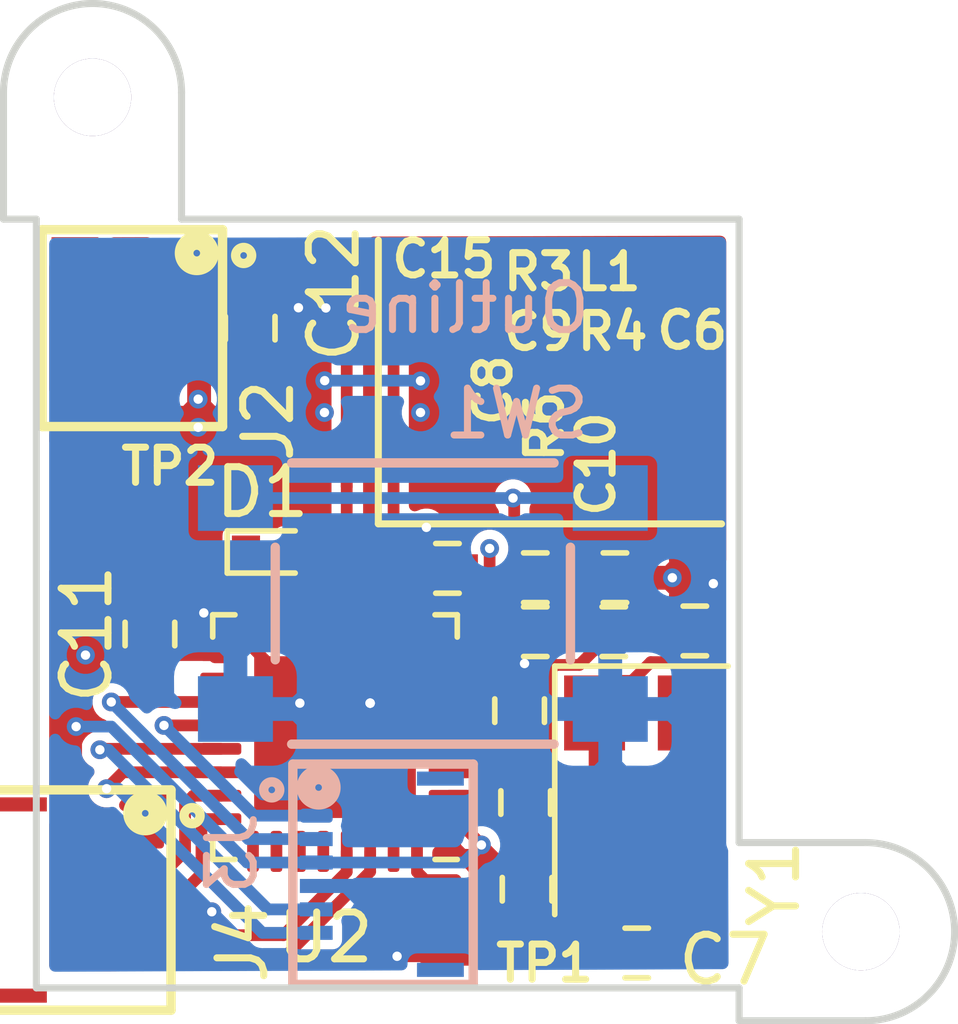
<source format=kicad_pcb>
(kicad_pcb (version 20171130) (host pcbnew "(5.1.6)-1")

  (general
    (thickness 1.6)
    (drawings 15)
    (tracks 234)
    (zones 0)
    (modules 22)
    (nets 32)
  )

  (page A4)
  (layers
    (0 F.Cu signal hide)
    (1 In1.Cu power hide)
    (2 In2.Cu signal hide)
    (31 B.Cu signal hide)
    (33 F.Adhes user hide)
    (34 B.Paste user hide)
    (35 F.Paste user hide)
    (36 B.SilkS user hide)
    (37 F.SilkS user)
    (38 B.Mask user hide)
    (39 F.Mask user hide)
    (40 Dwgs.User user hide)
    (41 Cmts.User user hide)
    (42 Eco1.User user hide)
    (43 Eco2.User user hide)
    (44 Edge.Cuts user)
    (45 Margin user hide)
    (46 B.CrtYd user)
    (47 F.CrtYd user hide)
    (49 F.Fab user hide)
  )

  (setup
    (last_trace_width 0.25)
    (trace_clearance 0.1)
    (zone_clearance 0.2)
    (zone_45_only no)
    (trace_min 0.2)
    (via_size 0.4)
    (via_drill 0.2)
    (via_min_size 0.4)
    (via_min_drill 0.2)
    (uvia_size 0.3)
    (uvia_drill 0.1)
    (uvias_allowed no)
    (uvia_min_size 0.2)
    (uvia_min_drill 0.1)
    (edge_width 0.15)
    (segment_width 0.2)
    (pcb_text_width 0.3)
    (pcb_text_size 1.5 1.5)
    (mod_edge_width 0.15)
    (mod_text_size 1 1)
    (mod_text_width 0.15)
    (pad_size 1.524 1.524)
    (pad_drill 0.762)
    (pad_to_mask_clearance 0.2)
    (aux_axis_origin 0 0)
    (grid_origin 160 80)
    (visible_elements 7FFFFFFF)
    (pcbplotparams
      (layerselection 0x0d0f8_ffffffff)
      (usegerberextensions false)
      (usegerberattributes false)
      (usegerberadvancedattributes false)
      (creategerberjobfile false)
      (excludeedgelayer true)
      (linewidth 0.100000)
      (plotframeref false)
      (viasonmask false)
      (mode 1)
      (useauxorigin false)
      (hpglpennumber 1)
      (hpglpenspeed 20)
      (hpglpendiameter 15.000000)
      (psnegative false)
      (psa4output false)
      (plotreference true)
      (plotvalue true)
      (plotinvisibletext false)
      (padsonsilk false)
      (subtractmaskfromsilk false)
      (outputformat 1)
      (mirror false)
      (drillshape 0)
      (scaleselection 1)
      (outputdirectory "PrototypeRelease/PickAndPlace/"))
  )

  (net 0 "")
  (net 1 GND)
  (net 2 "Net-(C8-Pad1)")
  (net 3 /DAC2_OUT1)
  (net 4 /Switch_Out)
  (net 5 "Net-(C7-Pad1)")
  (net 6 "Net-(R6-Pad1)")
  (net 7 "Net-(C6-Pad2)")
  (net 8 "Net-(U2-Pad6)")
  (net 9 "Net-(U2-Pad7)")
  (net 10 "Net-(U2-Pad8)")
  (net 11 /Switch_In)
  (net 12 /DAC1_OUT2)
  (net 13 "Net-(U2-Pad13)")
  (net 14 "Net-(U2-Pad15)")
  (net 15 "Net-(U2-Pad18)")
  (net 16 /SWDIO)
  (net 17 /SWCLK)
  (net 18 "Net-(U2-Pad25)")
  (net 19 "Net-(U2-Pad26)")
  (net 20 "Net-(U2-Pad27)")
  (net 21 "Net-(U2-Pad28)")
  (net 22 "Net-(U2-Pad31)")
  (net 23 /SCL_UC)
  (net 24 /SDA_UC)
  (net 25 /RDY_UC)
  (net 26 "Net-(R4-Pad2)")
  (net 27 /AZO_UNK)
  (net 28 +1V8)
  (net 29 "Net-(D1-Pad2)")
  (net 30 uC_UART_RX)
  (net 31 uC_UART_TX)

  (net_class Default "This is the default net class."
    (clearance 0.1)
    (trace_width 0.25)
    (via_dia 0.4)
    (via_drill 0.2)
    (uvia_dia 0.3)
    (uvia_drill 0.1)
    (add_net +1V8)
    (add_net /AZO_UNK)
    (add_net /DAC1_OUT2)
    (add_net /DAC2_OUT1)
    (add_net /RDY_UC)
    (add_net /SCL_UC)
    (add_net /SDA_UC)
    (add_net /SWCLK)
    (add_net /SWDIO)
    (add_net /Switch_In)
    (add_net /Switch_Out)
    (add_net GND)
    (add_net "Net-(C6-Pad2)")
    (add_net "Net-(C7-Pad1)")
    (add_net "Net-(C8-Pad1)")
    (add_net "Net-(D1-Pad2)")
    (add_net "Net-(R4-Pad2)")
    (add_net "Net-(R6-Pad1)")
    (add_net "Net-(U2-Pad13)")
    (add_net "Net-(U2-Pad15)")
    (add_net "Net-(U2-Pad18)")
    (add_net "Net-(U2-Pad25)")
    (add_net "Net-(U2-Pad26)")
    (add_net "Net-(U2-Pad27)")
    (add_net "Net-(U2-Pad28)")
    (add_net "Net-(U2-Pad31)")
    (add_net "Net-(U2-Pad6)")
    (add_net "Net-(U2-Pad7)")
    (add_net "Net-(U2-Pad8)")
    (add_net uC_UART_RX)
    (add_net uC_UART_TX)
  )

  (module ".pretty:Joystick Envelope" locked (layer B.Cu) (tedit 5F4BC3E7) (tstamp 5F37CFD8)
    (at 199.975 79.825 180)
    (fp_text reference Outline (at -1.65 6.3) (layer B.SilkS)
      (effects (font (size 1 1) (thickness 0.15)) (justify mirror))
    )
    (fp_text value "Joystick Envelope" (at -0.45 2.7) (layer B.Fab)
      (effects (font (size 1 1) (thickness 0.15)) (justify mirror))
    )
    (fp_line (start -1.75 0) (end 0.25 0) (layer Dwgs.User) (width 0.2))
    (fp_line (start -0.75 1) (end -0.75 -1) (layer Dwgs.User) (width 0.2))
    (fp_circle (center -0.75 0) (end 6.95 0) (layer B.CrtYd) (width 0.2))
    (fp_line (start -8.5 9.2) (end -8.5 -9.2) (layer Dwgs.User) (width 0.2))
    (fp_line (start 8.5 9.2) (end 8.5 -9.2) (layer Dwgs.User) (width 0.2))
    (fp_line (start -8.5 -9.2) (end 8.5 -9.2) (layer Dwgs.User) (width 0.2))
    (fp_line (start -8.5 9.2) (end 8.5 9.2) (layer Dwgs.User) (width 0.2))
    (fp_line (start -8.5 9.2) (end 8.5 9.2) (layer B.CrtYd) (width 0.2))
    (fp_line (start 8.5 9.2) (end 8.5 -9.2) (layer B.CrtYd) (width 0.2))
    (fp_line (start 8.5 -9.2) (end -8.5 -9.2) (layer B.CrtYd) (width 0.2))
    (fp_line (start -8.5 -9.2) (end -8.5 9.2) (layer B.CrtYd) (width 0.2))
    (fp_line (start 4.4 10.9) (end 4.4 9.2) (layer B.CrtYd) (width 0.2))
    (fp_line (start 8.2 10.9) (end 8.2 9.2) (layer B.CrtYd) (width 0.2))
    (fp_circle (center 6.3 10.8) (end 7.1 10.8) (layer B.CrtYd) (width 0.2))
    (fp_circle (center -10.1 -7) (end -10.1 -6.2) (layer B.CrtYd) (width 0.2))
    (fp_line (start -10.2 -5.1) (end -8.5 -5.1) (layer B.CrtYd) (width 0.2))
    (fp_line (start -10.2 -8.9) (end -8.5 -8.9) (layer B.CrtYd) (width 0.2))
    (fp_circle (center -10.1 -7) (end -9.3 -7) (layer Dwgs.User) (width 0.2))
    (fp_line (start -10.2 -5.1) (end -8.5 -5.1) (layer Dwgs.User) (width 0.2))
    (fp_line (start -10.2 -8.9) (end -8.5 -8.9) (layer Dwgs.User) (width 0.2))
    (fp_line (start 8.2 10.9) (end 8.2 9.2) (layer Dwgs.User) (width 0.2))
    (fp_line (start 4.4 10.9) (end 4.4 9.2) (layer Dwgs.User) (width 0.2))
    (fp_circle (center 6.3 10.8) (end 7.1 10.8) (layer Dwgs.User) (width 0.2))
    (fp_circle (center -0.75 0) (end 6.95 0) (layer Dwgs.User) (width 0.2))
    (fp_line (start -0.75 1) (end -0.75 -1) (layer B.CrtYd) (width 0.2))
    (fp_line (start -1.75 0) (end 0.25 0) (layer B.CrtYd) (width 0.2))
    (fp_arc (start 6.3 10.9) (end 4.4 10.9) (angle -180) (layer B.CrtYd) (width 0.2))
    (fp_arc (start -10.2 -7) (end -10.2 -8.9) (angle -180) (layer B.CrtYd) (width 0.2))
    (fp_arc (start -10.2 -7) (end -10.2 -8.9) (angle -180) (layer Dwgs.User) (width 0.2))
    (fp_arc (start 6.3 10.9) (end 4.4 10.9) (angle -180) (layer Dwgs.User) (width 0.2))
    (pad 0 thru_hole circle (at 6.3 10.8 180) (size 1.65 1.65) (drill 1.65) (layers *.Cu *.Mask))
    (pad 0 thru_hole circle (at -10.1 -7 180) (size 1.65 1.65) (drill 1.65) (layers *.Cu *.Mask))
  )

  (module Crystal_SMD_5032-4pin_5.0x3.2mm (layer F.Cu) (tedit 5F37EB4A) (tstamp 5F37B9DD)
    (at 205.39 83.81 270)
    (descr "SMD Crystal SERIES SMD2520/4 http://www.icbase.com/File/PDF/HKC/HKC00061008.pdf, 5.0x3.2mm^2 package")
    (tags "SMD SMT crystal")
    (path /5F15F399)
    (attr smd)
    (fp_text reference Y1 (at 1.99 -2.835 270) (layer F.SilkS)
      (effects (font (size 1 1) (thickness 0.15)))
    )
    (fp_text value Crystal_GND24 (at 0 2.8 270) (layer F.Fab)
      (effects (font (size 1 1) (thickness 0.15)))
    )
    (fp_line (start 2.8 -1.9) (end -2.8 -1.9) (layer F.CrtYd) (width 0.05))
    (fp_line (start 2.8 1.9) (end 2.8 -1.9) (layer F.CrtYd) (width 0.05))
    (fp_line (start -2.8 1.9) (end 2.8 1.9) (layer F.CrtYd) (width 0.05))
    (fp_line (start -2.8 -1.9) (end -2.8 1.9) (layer F.CrtYd) (width 0.05))
    (fp_line (start -2.65 1.85) (end 2.65 1.85) (layer F.SilkS) (width 0.12))
    (fp_line (start -2.65 -1.85) (end -2.65 1.85) (layer F.SilkS) (width 0.12))
    (fp_line (start -2.5 0.6) (end -1.5 1.6) (layer F.Fab) (width 0.1))
    (fp_line (start -2.5 -1.4) (end -2.3 -1.6) (layer F.Fab) (width 0.1))
    (fp_line (start -2.5 1.4) (end -2.5 -1.4) (layer F.Fab) (width 0.1))
    (fp_line (start -2.3 1.6) (end -2.5 1.4) (layer F.Fab) (width 0.1))
    (fp_line (start 2.3 1.6) (end -2.3 1.6) (layer F.Fab) (width 0.1))
    (fp_line (start 2.5 1.4) (end 2.3 1.6) (layer F.Fab) (width 0.1))
    (fp_line (start 2.5 -1.4) (end 2.5 1.4) (layer F.Fab) (width 0.1))
    (fp_line (start 2.3 -1.6) (end 2.5 -1.4) (layer F.Fab) (width 0.1))
    (fp_line (start -2.3 -1.6) (end 2.3 -1.6) (layer F.Fab) (width 0.1))
    (fp_text user %R (at 0 0 270) (layer F.Fab)
      (effects (font (size 1 1) (thickness 0.15)))
    )
    (pad 4 smd rect (at -1.65 -1 270) (size 1.6 1.3) (layers F.Cu F.Paste F.Mask)
      (net 1 GND))
    (pad 3 smd rect (at 1.65 -1 270) (size 1.6 1.3) (layers F.Cu F.Paste F.Mask)
      (net 5 "Net-(C7-Pad1)"))
    (pad 2 smd rect (at 1.65 1 270) (size 1.6 1.3) (layers F.Cu F.Paste F.Mask)
      (net 1 GND))
    (pad 1 smd rect (at -1.65 1 270) (size 1.6 1.3) (layers F.Cu F.Paste F.Mask)
      (net 7 "Net-(C6-Pad2)"))
    (model C:/Users/Tom/Documents/KiKadProjects/Freude/Hardware/.pretty/Crystal_SMD_5032-4pin_5.0x3.2mm.step
      (at (xyz 0 0 0))
      (scale (xyz 1 1 1))
      (rotate (xyz 0 0 0))
    )
  )

  (module Resistors_SMD:R_0402 (layer F.Cu) (tedit 5F2C57E8) (tstamp 5F2C5172)
    (at 202.79 82.11 90)
    (descr "Resistor SMD 0402, reflow soldering, Vishay (see dcrcw.pdf)")
    (tags "resistor 0402")
    (path /5F1B8D25)
    (attr smd)
    (fp_text reference C8 (at 6.835 -0.565 90) (layer F.SilkS)
      (effects (font (size 0.75 0.75) (thickness 0.15)))
    )
    (fp_text value 100pF (at 0 1.45 90) (layer F.Fab)
      (effects (font (size 1 1) (thickness 0.15)))
    )
    (fp_line (start 0.8 0.45) (end -0.8 0.45) (layer F.CrtYd) (width 0.05))
    (fp_line (start 0.8 0.45) (end 0.8 -0.45) (layer F.CrtYd) (width 0.05))
    (fp_line (start -0.8 -0.45) (end -0.8 0.45) (layer F.CrtYd) (width 0.05))
    (fp_line (start -0.8 -0.45) (end 0.8 -0.45) (layer F.CrtYd) (width 0.05))
    (fp_line (start -0.25 0.53) (end 0.25 0.53) (layer F.SilkS) (width 0.12))
    (fp_line (start 0.25 -0.53) (end -0.25 -0.53) (layer F.SilkS) (width 0.12))
    (fp_line (start -0.5 -0.25) (end 0.5 -0.25) (layer F.Fab) (width 0.1))
    (fp_line (start 0.5 -0.25) (end 0.5 0.25) (layer F.Fab) (width 0.1))
    (fp_line (start 0.5 0.25) (end -0.5 0.25) (layer F.Fab) (width 0.1))
    (fp_line (start -0.5 0.25) (end -0.5 -0.25) (layer F.Fab) (width 0.1))
    (fp_text user %R (at 0 -1.35 90) (layer F.Fab)
      (effects (font (size 1 1) (thickness 0.15)))
    )
    (pad 2 smd rect (at 0.45 0 90) (size 0.4 0.6) (layers F.Cu F.Paste F.Mask)
      (net 1 GND))
    (pad 1 smd rect (at -0.45 0 90) (size 0.4 0.6) (layers F.Cu F.Paste F.Mask)
      (net 2 "Net-(C8-Pad1)"))
    (model ${KISYS3DMOD}/Resistor_SMD.3dshapes/R_0402_1005Metric.step
      (at (xyz 0 0 0))
      (scale (xyz 1 1 1))
      (rotate (xyz 0 0 0))
    )
  )

  (module Resistors_SMD:R_0402 (layer F.Cu) (tedit 5F2C5896) (tstamp 5F4BBB40)
    (at 197.04 73.95 90)
    (descr "Resistor SMD 0402, reflow soldering, Vishay (see dcrcw.pdf)")
    (tags "resistor 0402")
    (path /5F1B8C9D)
    (attr smd)
    (fp_text reference C12 (at 0.75 1.785 90) (layer F.SilkS)
      (effects (font (size 1 1) (thickness 0.15)))
    )
    (fp_text value 1uF (at 0 1.45 90) (layer F.Fab)
      (effects (font (size 1 1) (thickness 0.15)))
    )
    (fp_line (start -0.5 0.25) (end -0.5 -0.25) (layer F.Fab) (width 0.1))
    (fp_line (start 0.5 0.25) (end -0.5 0.25) (layer F.Fab) (width 0.1))
    (fp_line (start 0.5 -0.25) (end 0.5 0.25) (layer F.Fab) (width 0.1))
    (fp_line (start -0.5 -0.25) (end 0.5 -0.25) (layer F.Fab) (width 0.1))
    (fp_line (start 0.25 -0.53) (end -0.25 -0.53) (layer F.SilkS) (width 0.12))
    (fp_line (start -0.25 0.53) (end 0.25 0.53) (layer F.SilkS) (width 0.12))
    (fp_line (start -0.8 -0.45) (end 0.8 -0.45) (layer F.CrtYd) (width 0.05))
    (fp_line (start -0.8 -0.45) (end -0.8 0.45) (layer F.CrtYd) (width 0.05))
    (fp_line (start 0.8 0.45) (end 0.8 -0.45) (layer F.CrtYd) (width 0.05))
    (fp_line (start 0.8 0.45) (end -0.8 0.45) (layer F.CrtYd) (width 0.05))
    (fp_text user %R (at 0 -1.35 90) (layer F.Fab)
      (effects (font (size 1 1) (thickness 0.15)))
    )
    (pad 1 smd rect (at -0.45 0 90) (size 0.4 0.6) (layers F.Cu F.Paste F.Mask)
      (net 28 +1V8))
    (pad 2 smd rect (at 0.45 0 90) (size 0.4 0.6) (layers F.Cu F.Paste F.Mask)
      (net 1 GND))
    (model ${KISYS3DMOD}/Resistor_SMD.3dshapes/R_0402_1005Metric.step
      (at (xyz 0 0 0))
      (scale (xyz 1 1 1))
      (rotate (xyz 0 0 0))
    )
  )

  (module Resistors_SMD:R_0402 (layer F.Cu) (tedit 5F2C5878) (tstamp 5F2C54B4)
    (at 201.25 79.075 180)
    (descr "Resistor SMD 0402, reflow soldering, Vishay (see dcrcw.pdf)")
    (tags "resistor 0402")
    (path /5F2CD2E9)
    (attr smd)
    (fp_text reference C15 (at 0.075 6.6) (layer F.SilkS)
      (effects (font (size 0.75 0.75) (thickness 0.15)))
    )
    (fp_text value 100pF (at 0 1.45) (layer F.Fab)
      (effects (font (size 1 1) (thickness 0.15)))
    )
    (fp_line (start 0.8 0.45) (end -0.8 0.45) (layer F.CrtYd) (width 0.05))
    (fp_line (start 0.8 0.45) (end 0.8 -0.45) (layer F.CrtYd) (width 0.05))
    (fp_line (start -0.8 -0.45) (end -0.8 0.45) (layer F.CrtYd) (width 0.05))
    (fp_line (start -0.8 -0.45) (end 0.8 -0.45) (layer F.CrtYd) (width 0.05))
    (fp_line (start -0.25 0.53) (end 0.25 0.53) (layer F.SilkS) (width 0.12))
    (fp_line (start 0.25 -0.53) (end -0.25 -0.53) (layer F.SilkS) (width 0.12))
    (fp_line (start -0.5 -0.25) (end 0.5 -0.25) (layer F.Fab) (width 0.1))
    (fp_line (start 0.5 -0.25) (end 0.5 0.25) (layer F.Fab) (width 0.1))
    (fp_line (start 0.5 0.25) (end -0.5 0.25) (layer F.Fab) (width 0.1))
    (fp_line (start -0.5 0.25) (end -0.5 -0.25) (layer F.Fab) (width 0.1))
    (fp_text user %R (at 0 -1.35) (layer F.Fab)
      (effects (font (size 1 1) (thickness 0.15)))
    )
    (pad 2 smd rect (at 0.45 0 180) (size 0.4 0.6) (layers F.Cu F.Paste F.Mask)
      (net 1 GND))
    (pad 1 smd rect (at -0.45 0 180) (size 0.4 0.6) (layers F.Cu F.Paste F.Mask)
      (net 11 /Switch_In))
    (model ${KISYS3DMOD}/Resistor_SMD.3dshapes/R_0402_1005Metric.step
      (at (xyz 0 0 0))
      (scale (xyz 1 1 1))
      (rotate (xyz 0 0 0))
    )
  )

  (module Resistors_SMD:R_0402 (layer F.Cu) (tedit 5F2C5864) (tstamp 5F2C5424)
    (at 203.125 79.275 180)
    (descr "Resistor SMD 0402, reflow soldering, Vishay (see dcrcw.pdf)")
    (tags "resistor 0402")
    (path /5F1E5E75)
    (attr smd)
    (fp_text reference R3 (at -0.075 6.525) (layer F.SilkS)
      (effects (font (size 0.75 0.75) (thickness 0.15)))
    )
    (fp_text value 10k (at 0 1.45) (layer F.Fab)
      (effects (font (size 1 1) (thickness 0.15)))
    )
    (fp_line (start 0.8 0.45) (end -0.8 0.45) (layer F.CrtYd) (width 0.05))
    (fp_line (start 0.8 0.45) (end 0.8 -0.45) (layer F.CrtYd) (width 0.05))
    (fp_line (start -0.8 -0.45) (end -0.8 0.45) (layer F.CrtYd) (width 0.05))
    (fp_line (start -0.8 -0.45) (end 0.8 -0.45) (layer F.CrtYd) (width 0.05))
    (fp_line (start -0.25 0.53) (end 0.25 0.53) (layer F.SilkS) (width 0.12))
    (fp_line (start 0.25 -0.53) (end -0.25 -0.53) (layer F.SilkS) (width 0.12))
    (fp_line (start -0.5 -0.25) (end 0.5 -0.25) (layer F.Fab) (width 0.1))
    (fp_line (start 0.5 -0.25) (end 0.5 0.25) (layer F.Fab) (width 0.1))
    (fp_line (start 0.5 0.25) (end -0.5 0.25) (layer F.Fab) (width 0.1))
    (fp_line (start -0.5 0.25) (end -0.5 -0.25) (layer F.Fab) (width 0.1))
    (fp_text user %R (at 0 -1.35) (layer F.Fab)
      (effects (font (size 1 1) (thickness 0.15)))
    )
    (pad 2 smd rect (at 0.45 0 180) (size 0.4 0.6) (layers F.Cu F.Paste F.Mask)
      (net 11 /Switch_In))
    (pad 1 smd rect (at -0.45 0 180) (size 0.4 0.6) (layers F.Cu F.Paste F.Mask)
      (net 28 +1V8))
    (model ${KISYS3DMOD}/Resistor_SMD.3dshapes/R_0402_1005Metric.step
      (at (xyz 0 0 0))
      (scale (xyz 1 1 1))
      (rotate (xyz 0 0 0))
    )
  )

  (module Resistors_SMD:R_0402 (layer F.Cu) (tedit 5F2C5848) (tstamp 5F2C5295)
    (at 204.825 79.275 180)
    (descr "Resistor SMD 0402, reflow soldering, Vishay (see dcrcw.pdf)")
    (tags "resistor 0402")
    (path /5F1D3835)
    (attr smd)
    (fp_text reference L1 (at 0.125 6.525) (layer F.SilkS)
      (effects (font (size 0.75 0.75) (thickness 0.15)))
    )
    (fp_text value Ferrite_Bead_Small (at 0 1.45) (layer F.Fab)
      (effects (font (size 1 1) (thickness 0.15)))
    )
    (fp_line (start -0.5 0.25) (end -0.5 -0.25) (layer F.Fab) (width 0.1))
    (fp_line (start 0.5 0.25) (end -0.5 0.25) (layer F.Fab) (width 0.1))
    (fp_line (start 0.5 -0.25) (end 0.5 0.25) (layer F.Fab) (width 0.1))
    (fp_line (start -0.5 -0.25) (end 0.5 -0.25) (layer F.Fab) (width 0.1))
    (fp_line (start 0.25 -0.53) (end -0.25 -0.53) (layer F.SilkS) (width 0.12))
    (fp_line (start -0.25 0.53) (end 0.25 0.53) (layer F.SilkS) (width 0.12))
    (fp_line (start -0.8 -0.45) (end 0.8 -0.45) (layer F.CrtYd) (width 0.05))
    (fp_line (start -0.8 -0.45) (end -0.8 0.45) (layer F.CrtYd) (width 0.05))
    (fp_line (start 0.8 0.45) (end 0.8 -0.45) (layer F.CrtYd) (width 0.05))
    (fp_line (start 0.8 0.45) (end -0.8 0.45) (layer F.CrtYd) (width 0.05))
    (fp_text user %R (at 0 -1.35) (layer F.Fab)
      (effects (font (size 1 1) (thickness 0.15)))
    )
    (pad 1 smd rect (at -0.45 0 180) (size 0.4 0.6) (layers F.Cu F.Paste F.Mask)
      (net 28 +1V8))
    (pad 2 smd rect (at 0.45 0 180) (size 0.4 0.6) (layers F.Cu F.Paste F.Mask)
      (net 2 "Net-(C8-Pad1)"))
    (model ${KISYS3DMOD}/Resistor_SMD.3dshapes/R_0402_1005Metric.step
      (at (xyz 0 0 0))
      (scale (xyz 1 1 1))
      (rotate (xyz 0 0 0))
    )
  )

  (module Resistors_SMD:R_0402 (layer F.Cu) (tedit 5F2C5830) (tstamp 5F2C52C5)
    (at 205.29 87.28 180)
    (descr "Resistor SMD 0402, reflow soldering, Vishay (see dcrcw.pdf)")
    (tags "resistor 0402")
    (path /5F164290)
    (attr smd)
    (fp_text reference C7 (at -1.885 -0.145) (layer F.SilkS)
      (effects (font (size 1 1) (thickness 0.15)))
    )
    (fp_text value 30pF (at 0 1.45) (layer F.Fab)
      (effects (font (size 1 1) (thickness 0.15)))
    )
    (fp_line (start -0.5 0.25) (end -0.5 -0.25) (layer F.Fab) (width 0.1))
    (fp_line (start 0.5 0.25) (end -0.5 0.25) (layer F.Fab) (width 0.1))
    (fp_line (start 0.5 -0.25) (end 0.5 0.25) (layer F.Fab) (width 0.1))
    (fp_line (start -0.5 -0.25) (end 0.5 -0.25) (layer F.Fab) (width 0.1))
    (fp_line (start 0.25 -0.53) (end -0.25 -0.53) (layer F.SilkS) (width 0.12))
    (fp_line (start -0.25 0.53) (end 0.25 0.53) (layer F.SilkS) (width 0.12))
    (fp_line (start -0.8 -0.45) (end 0.8 -0.45) (layer F.CrtYd) (width 0.05))
    (fp_line (start -0.8 -0.45) (end -0.8 0.45) (layer F.CrtYd) (width 0.05))
    (fp_line (start 0.8 0.45) (end 0.8 -0.45) (layer F.CrtYd) (width 0.05))
    (fp_line (start 0.8 0.45) (end -0.8 0.45) (layer F.CrtYd) (width 0.05))
    (fp_text user %R (at 0 -1.35) (layer F.Fab)
      (effects (font (size 1 1) (thickness 0.15)))
    )
    (pad 1 smd rect (at -0.45 0 180) (size 0.4 0.6) (layers F.Cu F.Paste F.Mask)
      (net 5 "Net-(C7-Pad1)"))
    (pad 2 smd rect (at 0.45 0 180) (size 0.4 0.6) (layers F.Cu F.Paste F.Mask)
      (net 1 GND))
    (model ${KISYS3DMOD}/Resistor_SMD.3dshapes/R_0402_1005Metric.step
      (at (xyz 0 0 0))
      (scale (xyz 1 1 1))
      (rotate (xyz 0 0 0))
    )
  )

  (module Resistors_SMD:R_0402 (layer F.Cu) (tedit 5F2C5818) (tstamp 5F2C5454)
    (at 204.8 80.425 180)
    (descr "Resistor SMD 0402, reflow soldering, Vishay (see dcrcw.pdf)")
    (tags "resistor 0402")
    (path /5F1E7FFC)
    (attr smd)
    (fp_text reference R4 (at 0.025 6.4) (layer F.SilkS)
      (effects (font (size 0.75 0.75) (thickness 0.15)))
    )
    (fp_text value 10k (at 0 1.45) (layer F.Fab)
      (effects (font (size 1 1) (thickness 0.15)))
    )
    (fp_line (start 0.8 0.45) (end -0.8 0.45) (layer F.CrtYd) (width 0.05))
    (fp_line (start 0.8 0.45) (end 0.8 -0.45) (layer F.CrtYd) (width 0.05))
    (fp_line (start -0.8 -0.45) (end -0.8 0.45) (layer F.CrtYd) (width 0.05))
    (fp_line (start -0.8 -0.45) (end 0.8 -0.45) (layer F.CrtYd) (width 0.05))
    (fp_line (start -0.25 0.53) (end 0.25 0.53) (layer F.SilkS) (width 0.12))
    (fp_line (start 0.25 -0.53) (end -0.25 -0.53) (layer F.SilkS) (width 0.12))
    (fp_line (start -0.5 -0.25) (end 0.5 -0.25) (layer F.Fab) (width 0.1))
    (fp_line (start 0.5 -0.25) (end 0.5 0.25) (layer F.Fab) (width 0.1))
    (fp_line (start 0.5 0.25) (end -0.5 0.25) (layer F.Fab) (width 0.1))
    (fp_line (start -0.5 0.25) (end -0.5 -0.25) (layer F.Fab) (width 0.1))
    (fp_text user %R (at 0 -1.35) (layer F.Fab)
      (effects (font (size 1 1) (thickness 0.15)))
    )
    (pad 2 smd rect (at 0.45 0 180) (size 0.4 0.6) (layers F.Cu F.Paste F.Mask)
      (net 26 "Net-(R4-Pad2)"))
    (pad 1 smd rect (at -0.45 0 180) (size 0.4 0.6) (layers F.Cu F.Paste F.Mask)
      (net 28 +1V8))
    (model ${KISYS3DMOD}/Resistor_SMD.3dshapes/R_0402_1005Metric.step
      (at (xyz 0 0 0))
      (scale (xyz 1 1 1))
      (rotate (xyz 0 0 0))
    )
  )

  (module Resistors_SMD:R_0402 (layer F.Cu) (tedit 5F2C57FD) (tstamp 5F2C51E4)
    (at 203.125 80.425)
    (descr "Resistor SMD 0402, reflow soldering, Vishay (see dcrcw.pdf)")
    (tags "resistor 0402")
    (path /5F1BF707)
    (attr smd)
    (fp_text reference C9 (at 0.075 -6.4) (layer F.SilkS)
      (effects (font (size 0.75 0.75) (thickness 0.15)))
    )
    (fp_text value 1uF (at 0 1.45) (layer F.Fab)
      (effects (font (size 1 1) (thickness 0.15)))
    )
    (fp_line (start 0.8 0.45) (end -0.8 0.45) (layer F.CrtYd) (width 0.05))
    (fp_line (start 0.8 0.45) (end 0.8 -0.45) (layer F.CrtYd) (width 0.05))
    (fp_line (start -0.8 -0.45) (end -0.8 0.45) (layer F.CrtYd) (width 0.05))
    (fp_line (start -0.8 -0.45) (end 0.8 -0.45) (layer F.CrtYd) (width 0.05))
    (fp_line (start -0.25 0.53) (end 0.25 0.53) (layer F.SilkS) (width 0.12))
    (fp_line (start 0.25 -0.53) (end -0.25 -0.53) (layer F.SilkS) (width 0.12))
    (fp_line (start -0.5 -0.25) (end 0.5 -0.25) (layer F.Fab) (width 0.1))
    (fp_line (start 0.5 -0.25) (end 0.5 0.25) (layer F.Fab) (width 0.1))
    (fp_line (start 0.5 0.25) (end -0.5 0.25) (layer F.Fab) (width 0.1))
    (fp_line (start -0.5 0.25) (end -0.5 -0.25) (layer F.Fab) (width 0.1))
    (fp_text user %R (at 0 -1.35) (layer F.Fab)
      (effects (font (size 1 1) (thickness 0.15)))
    )
    (pad 2 smd rect (at 0.45 0) (size 0.4 0.6) (layers F.Cu F.Paste F.Mask)
      (net 1 GND))
    (pad 1 smd rect (at -0.45 0) (size 0.4 0.6) (layers F.Cu F.Paste F.Mask)
      (net 2 "Net-(C8-Pad1)"))
    (model ${KISYS3DMOD}/Resistor_SMD.3dshapes/R_0402_1005Metric.step
      (at (xyz 0 0 0))
      (scale (xyz 1 1 1))
      (rotate (xyz 0 0 0))
    )
  )

  (module Resistors_SMD:R_0402 (layer F.Cu) (tedit 5F2C57D4) (tstamp 5F2C5484)
    (at 202.92 84.07 270)
    (descr "Resistor SMD 0402, reflow soldering, Vishay (see dcrcw.pdf)")
    (tags "resistor 0402")
    (path /5F1631E1)
    (attr smd)
    (fp_text reference R6 (at -8.02 -0.405 90) (layer F.SilkS)
      (effects (font (size 0.75 0.75) (thickness 0.15)))
    )
    (fp_text value 0 (at 0 1.45 90) (layer F.Fab)
      (effects (font (size 1 1) (thickness 0.15)))
    )
    (fp_line (start 0.8 0.45) (end -0.8 0.45) (layer F.CrtYd) (width 0.05))
    (fp_line (start 0.8 0.45) (end 0.8 -0.45) (layer F.CrtYd) (width 0.05))
    (fp_line (start -0.8 -0.45) (end -0.8 0.45) (layer F.CrtYd) (width 0.05))
    (fp_line (start -0.8 -0.45) (end 0.8 -0.45) (layer F.CrtYd) (width 0.05))
    (fp_line (start -0.25 0.53) (end 0.25 0.53) (layer F.SilkS) (width 0.12))
    (fp_line (start 0.25 -0.53) (end -0.25 -0.53) (layer F.SilkS) (width 0.12))
    (fp_line (start -0.5 -0.25) (end 0.5 -0.25) (layer F.Fab) (width 0.1))
    (fp_line (start 0.5 -0.25) (end 0.5 0.25) (layer F.Fab) (width 0.1))
    (fp_line (start 0.5 0.25) (end -0.5 0.25) (layer F.Fab) (width 0.1))
    (fp_line (start -0.5 0.25) (end -0.5 -0.25) (layer F.Fab) (width 0.1))
    (fp_text user %R (at 0 -1.35 90) (layer F.Fab)
      (effects (font (size 1 1) (thickness 0.15)))
    )
    (pad 2 smd rect (at 0.45 0 270) (size 0.4 0.6) (layers F.Cu F.Paste F.Mask)
      (net 5 "Net-(C7-Pad1)"))
    (pad 1 smd rect (at -0.45 0 270) (size 0.4 0.6) (layers F.Cu F.Paste F.Mask)
      (net 6 "Net-(R6-Pad1)"))
    (model ${KISYS3DMOD}/Resistor_SMD.3dshapes/R_0402_1005Metric.step
      (at (xyz 0 0 0))
      (scale (xyz 1 1 1))
      (rotate (xyz 0 0 0))
    )
  )

  (module Resistors_SMD:R_0402 (layer F.Cu) (tedit 5F2C57BD) (tstamp 5F2C50D9)
    (at 202.95 85.92 270)
    (descr "Resistor SMD 0402, reflow soldering, Vishay (see dcrcw.pdf)")
    (tags "resistor 0402")
    (path /5F1B8EB5)
    (attr smd)
    (fp_text reference C10 (at -9.07 -1.475 270) (layer F.SilkS)
      (effects (font (size 0.75 0.75) (thickness 0.15)))
    )
    (fp_text value 100pF (at 0 1.45 270) (layer F.Fab)
      (effects (font (size 1 1) (thickness 0.15)))
    )
    (fp_line (start -0.5 0.25) (end -0.5 -0.25) (layer F.Fab) (width 0.1))
    (fp_line (start 0.5 0.25) (end -0.5 0.25) (layer F.Fab) (width 0.1))
    (fp_line (start 0.5 -0.25) (end 0.5 0.25) (layer F.Fab) (width 0.1))
    (fp_line (start -0.5 -0.25) (end 0.5 -0.25) (layer F.Fab) (width 0.1))
    (fp_line (start 0.25 -0.53) (end -0.25 -0.53) (layer F.SilkS) (width 0.12))
    (fp_line (start -0.25 0.53) (end 0.25 0.53) (layer F.SilkS) (width 0.12))
    (fp_line (start -0.8 -0.45) (end 0.8 -0.45) (layer F.CrtYd) (width 0.05))
    (fp_line (start -0.8 -0.45) (end -0.8 0.45) (layer F.CrtYd) (width 0.05))
    (fp_line (start 0.8 0.45) (end 0.8 -0.45) (layer F.CrtYd) (width 0.05))
    (fp_line (start 0.8 0.45) (end -0.8 0.45) (layer F.CrtYd) (width 0.05))
    (fp_text user %R (at 0 -1.35 270) (layer F.Fab)
      (effects (font (size 1 1) (thickness 0.15)))
    )
    (pad 1 smd rect (at -0.45 0 270) (size 0.4 0.6) (layers F.Cu F.Paste F.Mask)
      (net 28 +1V8))
    (pad 2 smd rect (at 0.45 0 270) (size 0.4 0.6) (layers F.Cu F.Paste F.Mask)
      (net 1 GND))
    (model ${KISYS3DMOD}/Resistor_SMD.3dshapes/R_0402_1005Metric.step
      (at (xyz 0 0 0))
      (scale (xyz 1 1 1))
      (rotate (xyz 0 0 0))
    )
  )

  (module Resistors_SMD:R_0402 (layer F.Cu) (tedit 5F2C579C) (tstamp 5F2C52F5)
    (at 206.53 80.41 180)
    (descr "Resistor SMD 0402, reflow soldering, Vishay (see dcrcw.pdf)")
    (tags "resistor 0402")
    (path /5F1644CD)
    (attr smd)
    (fp_text reference C6 (at 0.055 6.41) (layer F.SilkS)
      (effects (font (size 0.75 0.75) (thickness 0.15)))
    )
    (fp_text value 30pF (at 0 1.45) (layer F.Fab)
      (effects (font (size 1 1) (thickness 0.15)))
    )
    (fp_line (start 0.8 0.45) (end -0.8 0.45) (layer F.CrtYd) (width 0.05))
    (fp_line (start 0.8 0.45) (end 0.8 -0.45) (layer F.CrtYd) (width 0.05))
    (fp_line (start -0.8 -0.45) (end -0.8 0.45) (layer F.CrtYd) (width 0.05))
    (fp_line (start -0.8 -0.45) (end 0.8 -0.45) (layer F.CrtYd) (width 0.05))
    (fp_line (start -0.25 0.53) (end 0.25 0.53) (layer F.SilkS) (width 0.12))
    (fp_line (start 0.25 -0.53) (end -0.25 -0.53) (layer F.SilkS) (width 0.12))
    (fp_line (start -0.5 -0.25) (end 0.5 -0.25) (layer F.Fab) (width 0.1))
    (fp_line (start 0.5 -0.25) (end 0.5 0.25) (layer F.Fab) (width 0.1))
    (fp_line (start 0.5 0.25) (end -0.5 0.25) (layer F.Fab) (width 0.1))
    (fp_line (start -0.5 0.25) (end -0.5 -0.25) (layer F.Fab) (width 0.1))
    (fp_text user %R (at 0 -1.35) (layer F.Fab)
      (effects (font (size 1 1) (thickness 0.15)))
    )
    (pad 2 smd rect (at 0.45 0 180) (size 0.4 0.6) (layers F.Cu F.Paste F.Mask)
      (net 7 "Net-(C6-Pad2)"))
    (pad 1 smd rect (at -0.45 0 180) (size 0.4 0.6) (layers F.Cu F.Paste F.Mask)
      (net 1 GND))
    (model ${KISYS3DMOD}/Resistor_SMD.3dshapes/R_0402_1005Metric.step
      (at (xyz 0 0 0))
      (scale (xyz 1 1 1))
      (rotate (xyz 0 0 0))
    )
  )

  (module Resistors_SMD:R_0402 (layer F.Cu) (tedit 5F2C5768) (tstamp 5F2C50A9)
    (at 194.9 80.475 90)
    (descr "Resistor SMD 0402, reflow soldering, Vishay (see dcrcw.pdf)")
    (tags "resistor 0402")
    (path /5F1C5F54)
    (attr smd)
    (fp_text reference C11 (at 0 -1.35 90) (layer F.SilkS)
      (effects (font (size 1 1) (thickness 0.15)))
    )
    (fp_text value 100pF (at 0 1.45 90) (layer F.Fab)
      (effects (font (size 1 1) (thickness 0.15)))
    )
    (fp_line (start -0.5 0.25) (end -0.5 -0.25) (layer F.Fab) (width 0.1))
    (fp_line (start 0.5 0.25) (end -0.5 0.25) (layer F.Fab) (width 0.1))
    (fp_line (start 0.5 -0.25) (end 0.5 0.25) (layer F.Fab) (width 0.1))
    (fp_line (start -0.5 -0.25) (end 0.5 -0.25) (layer F.Fab) (width 0.1))
    (fp_line (start 0.25 -0.53) (end -0.25 -0.53) (layer F.SilkS) (width 0.12))
    (fp_line (start -0.25 0.53) (end 0.25 0.53) (layer F.SilkS) (width 0.12))
    (fp_line (start -0.8 -0.45) (end 0.8 -0.45) (layer F.CrtYd) (width 0.05))
    (fp_line (start -0.8 -0.45) (end -0.8 0.45) (layer F.CrtYd) (width 0.05))
    (fp_line (start 0.8 0.45) (end 0.8 -0.45) (layer F.CrtYd) (width 0.05))
    (fp_line (start 0.8 0.45) (end -0.8 0.45) (layer F.CrtYd) (width 0.05))
    (fp_text user %R (at 0 -1.35 90) (layer F.Fab)
      (effects (font (size 1 1) (thickness 0.15)))
    )
    (pad 1 smd rect (at -0.45 0 90) (size 0.4 0.6) (layers F.Cu F.Paste F.Mask)
      (net 28 +1V8))
    (pad 2 smd rect (at 0.45 0 90) (size 0.4 0.6) (layers F.Cu F.Paste F.Mask)
      (net 1 GND))
    (model ${KISYS3DMOD}/Resistor_SMD.3dshapes/R_0402_1005Metric.step
      (at (xyz 0 0 0))
      (scale (xyz 1 1 1))
      (rotate (xyz 0 0 0))
    )
  )

  (module .pretty:503480-0600 (layer B.Cu) (tedit 5F2C32C6) (tstamp 5F2C4F09)
    (at 198.45 85.6 270)
    (path /5F1ABB74)
    (fp_text reference J3 (at -0.45 1.8 90) (layer B.SilkS)
      (effects (font (size 1 1) (thickness 0.15)) (justify mirror))
    )
    (fp_text value Conn_01x06_Female (at -0.5 0.5 90) (layer B.Fab)
      (effects (font (size 1 1) (thickness 0.15)) (justify mirror))
    )
    (fp_line (start -2.35 -3.35) (end 2.35 -3.35) (layer B.SilkS) (width 0.2))
    (fp_line (start -2.35 -3.35) (end -2.35 0.5) (layer B.SilkS) (width 0.2))
    (fp_line (start -2.35 0.5) (end 2.35 0.5) (layer B.SilkS) (width 0.2))
    (fp_line (start 2.35 -3.35) (end 2.35 0.5) (layer B.SilkS) (width 0.2))
    (fp_circle (center -1.8 0.95) (end -1.75 0.9) (layer B.SilkS) (width 0.2))
    (fp_circle (center -1.85 -0.05) (end -1.779289 -0.05) (layer B.SilkS) (width 0.4))
    (fp_line (start -2.3 -3.25) (end 2.3 -3.25) (layer B.CrtYd) (width 0.2))
    (fp_line (start 2.3 -3.25) (end 2.3 0.45) (layer B.CrtYd) (width 0.2))
    (fp_line (start 2.3 0.45) (end -2.3 0.45) (layer B.CrtYd) (width 0.2))
    (fp_line (start -2.3 0.45) (end -2.3 -3.25) (layer B.CrtYd) (width 0.2))
    (fp_line (start 0 -1.675) (end 0 -2.675) (layer B.CrtYd) (width 0.2))
    (fp_line (start -0.5 -2.175) (end 0.5 -2.175) (layer B.CrtYd) (width 0.2))
    (pad 1 smd roundrect (at -1.25 0 270) (size 0.3 0.7) (layers B.Cu B.Paste B.Mask) (roundrect_rratio 0.25)
      (net 24 /SDA_UC))
    (pad 2 smd rect (at -0.75 0 270) (size 0.3 0.7) (layers B.Cu B.Paste B.Mask)
      (net 23 /SCL_UC))
    (pad 3 smd rect (at -0.25 0 270) (size 0.3 0.7) (layers B.Cu B.Paste B.Mask)
      (net 28 +1V8))
    (pad 4 smd rect (at 0.25 0 270) (size 0.3 0.7) (layers B.Cu B.Paste B.Mask)
      (net 1 GND))
    (pad 0 smd rect (at -2.04 -2.65 270) (size 0.3 1) (layers B.Cu B.Paste B.Mask))
    (pad 0 smd rect (at 2.04 -2.65 270) (size 0.3 1) (layers B.Cu B.Paste B.Mask))
    (pad 5 smd rect (at 0.75 0 270) (size 0.3 0.7) (layers B.Cu B.Paste B.Mask)
      (net 25 /RDY_UC))
    (pad 6 smd rect (at 1.25 0 270) (size 0.3 0.7) (layers B.Cu B.Paste B.Mask)
      (net 27 /AZO_UNK))
    (model ${KIPRJMOD}/.pretty/5034800600.stp
      (offset (xyz 0 -3.25 0))
      (scale (xyz 1 1 1))
      (rotate (xyz 90 180 180))
    )
    (model C:/Users/Tom/Documents/KiKadProjects/Freude/Hardware/.pretty/5034800600.stp
      (offset (xyz 0 -3.25 0))
      (scale (xyz 1 1 1))
      (rotate (xyz 90 180 180))
    )
  )

  (module .pretty:B3FS-1015P (layer B.Cu) (tedit 5F2C3287) (tstamp 5F2C4F48)
    (at 200.725 79.825)
    (path /5F219FE3)
    (fp_text reference SW1 (at 2 -4.05) (layer B.SilkS)
      (effects (font (size 1 1) (thickness 0.15)) (justify mirror))
    )
    (fp_text value B3FS-1015P` (at 0 0.5) (layer B.Fab)
      (effects (font (size 1 1) (thickness 0.15)) (justify mirror))
    )
    (fp_line (start -3.15 3) (end 3.15 3) (layer B.CrtYd) (width 0.2))
    (fp_line (start -3.15 -3) (end 3.15 -3) (layer B.CrtYd) (width 0.2))
    (fp_line (start 3.15 -3) (end 3.15 3) (layer B.CrtYd) (width 0.2))
    (fp_line (start -3.15 -3) (end -3.15 3) (layer B.CrtYd) (width 0.2))
    (fp_line (start -2.8 -3) (end 2.8 -3) (layer B.SilkS) (width 0.2))
    (fp_line (start 3.15 -1.2) (end 3.15 1.2) (layer B.SilkS) (width 0.2))
    (fp_line (start -2.8 3) (end 2.8 3) (layer B.SilkS) (width 0.2))
    (fp_line (start -3.15 -1.2) (end -3.15 1.2) (layer B.SilkS) (width 0.2))
    (fp_line (start 0 0.5) (end 0 -0.5) (layer B.CrtYd) (width 0.2))
    (fp_line (start -0.5 0) (end 0.5 0) (layer B.CrtYd) (width 0.2))
    (pad 1 smd rect (at 4 -2.25) (size 1.6 1.4) (layers B.Cu B.Paste B.Mask)
      (net 11 /Switch_In))
    (pad 2 smd rect (at -4 -2.25) (size 1.6 1.4) (layers B.Cu B.Paste B.Mask)
      (net 11 /Switch_In))
    (pad 3 smd rect (at 4 2.25) (size 1.6 1.4) (layers B.Cu B.Paste B.Mask)
      (net 1 GND))
    (pad 4 smd rect (at -4 2.25) (size 1.6 1.4) (layers B.Cu B.Paste B.Mask)
      (net 1 GND))
    (model ${KIPRJMOD}/.pretty/B3FS_1000.step
      (at (xyz 0 0 0))
      (scale (xyz 1 1 1))
      (rotate (xyz -90 0 0))
    )
    (model C:/Users/Tom/Documents/KiKadProjects/Freude/Hardware/.pretty/B3FS_1000.step
      (at (xyz 0 0 0))
      (scale (xyz 1 1 1))
      (rotate (xyz 90 180 0))
    )
  )

  (module .pretty:503480-0600 (layer F.Cu) (tedit 5F2C31D7) (tstamp 5F37B28E)
    (at 194.85 86.15 270)
    (path /5F32C1C9)
    (fp_text reference J4 (at 0.9 -2.025 270) (layer F.SilkS)
      (effects (font (size 1 1) (thickness 0.15)))
    )
    (fp_text value Conn_01x06_Female (at -0.5 -0.5 270) (layer F.Fab)
      (effects (font (size 1 1) (thickness 0.15)))
    )
    (fp_line (start -2.35 3.35) (end 2.35 3.35) (layer F.SilkS) (width 0.2))
    (fp_line (start -2.35 3.35) (end -2.35 -0.5) (layer F.SilkS) (width 0.2))
    (fp_line (start -2.35 -0.5) (end 2.35 -0.5) (layer F.SilkS) (width 0.2))
    (fp_line (start 2.35 3.35) (end 2.35 -0.5) (layer F.SilkS) (width 0.2))
    (fp_circle (center -1.8 -0.95) (end -1.75 -0.9) (layer F.SilkS) (width 0.2))
    (fp_circle (center -1.85 0.05) (end -1.779289 0.05) (layer F.SilkS) (width 0.4))
    (fp_line (start -2.3 3.25) (end 2.3 3.25) (layer F.CrtYd) (width 0.2))
    (fp_line (start 2.3 3.25) (end 2.3 -0.45) (layer F.CrtYd) (width 0.2))
    (fp_line (start 2.3 -0.45) (end -2.3 -0.45) (layer F.CrtYd) (width 0.2))
    (fp_line (start -2.3 -0.45) (end -2.3 3.25) (layer F.CrtYd) (width 0.2))
    (fp_line (start 0 1.675) (end 0 2.675) (layer F.CrtYd) (width 0.2))
    (fp_line (start -0.5 2.175) (end 0.5 2.175) (layer F.CrtYd) (width 0.2))
    (pad 6 smd rect (at 1.25 0 270) (size 0.3 0.7) (layers F.Cu F.Paste F.Mask)
      (net 30 uC_UART_RX))
    (pad 5 smd rect (at 0.75 0 270) (size 0.3 0.7) (layers F.Cu F.Paste F.Mask)
      (net 31 uC_UART_TX))
    (pad 0 smd rect (at 2.04 2.65 270) (size 0.3 1) (layers F.Cu F.Paste F.Mask))
    (pad 0 smd rect (at -2.04 2.65 270) (size 0.3 1) (layers F.Cu F.Paste F.Mask))
    (pad 4 smd rect (at 0.25 0 270) (size 0.3 0.7) (layers F.Cu F.Paste F.Mask)
      (net 1 GND))
    (pad 3 smd rect (at -0.25 0 270) (size 0.3 0.7) (layers F.Cu F.Paste F.Mask)
      (net 17 /SWCLK))
    (pad 2 smd rect (at -0.75 0 270) (size 0.3 0.7) (layers F.Cu F.Paste F.Mask)
      (net 16 /SWDIO))
    (pad 1 smd roundrect (at -1.25 0 270) (size 0.3 0.7) (layers F.Cu F.Paste F.Mask) (roundrect_rratio 0.25)
      (net 28 +1V8))
    (model C:/Users/Tom/Documents/KiKadProjects/Freude/Hardware/.pretty/5034800600.stp
      (offset (xyz 0 -3.25 0))
      (scale (xyz 1 1 1))
      (rotate (xyz 90 180 180))
    )
  )

  (module LEDs:LED_0402 (layer F.Cu) (tedit 5F231874) (tstamp 5F2C5218)
    (at 197.5 78.725)
    (descr "LED 0402 smd package")
    (tags "LED led 0402 SMD smd SMT smt smdled SMDLED smtled SMTLED")
    (path /5F26B6E0)
    (attr smd)
    (fp_text reference D1 (at -0.2 -1.275) (layer F.SilkS)
      (effects (font (size 1 1) (thickness 0.15)))
    )
    (fp_text value 16-213/GHC-YR1S1/3T (at 0 1.4) (layer F.Fab)
      (effects (font (size 1 1) (thickness 0.15)))
    )
    (fp_line (start -0.95 -0.45) (end -0.95 0.45) (layer F.SilkS) (width 0.12))
    (fp_line (start -0.15 -0.2) (end -0.15 0.2) (layer F.Fab) (width 0.1))
    (fp_line (start -0.15 0) (end 0.15 -0.2) (layer F.Fab) (width 0.1))
    (fp_line (start 0.15 0.2) (end -0.15 0) (layer F.Fab) (width 0.1))
    (fp_line (start 0.15 -0.2) (end 0.15 0.2) (layer F.Fab) (width 0.1))
    (fp_line (start 0.5 0.25) (end -0.5 0.25) (layer F.Fab) (width 0.1))
    (fp_line (start 0.5 -0.25) (end 0.5 0.25) (layer F.Fab) (width 0.1))
    (fp_line (start -0.5 -0.25) (end 0.5 -0.25) (layer F.Fab) (width 0.1))
    (fp_line (start -0.5 0.25) (end -0.5 -0.25) (layer F.Fab) (width 0.1))
    (fp_line (start -0.95 0.45) (end 0.5 0.45) (layer F.SilkS) (width 0.12))
    (fp_line (start -0.95 -0.45) (end 0.5 -0.45) (layer F.SilkS) (width 0.12))
    (fp_line (start 1 -0.5) (end 1 0.5) (layer F.CrtYd) (width 0.05))
    (fp_line (start 1 0.5) (end -1 0.5) (layer F.CrtYd) (width 0.05))
    (fp_line (start -1 0.5) (end -1 -0.5) (layer F.CrtYd) (width 0.05))
    (fp_line (start -1 -0.5) (end 1 -0.5) (layer F.CrtYd) (width 0.05))
    (pad 2 smd rect (at 0.55 0 180) (size 0.6 0.7) (layers F.Cu F.Paste F.Mask)
      (net 29 "Net-(D1-Pad2)"))
    (pad 1 smd rect (at -0.55 0 180) (size 0.6 0.7) (layers F.Cu F.Paste F.Mask)
      (net 1 GND))
    (model ${KISYS3DMOD}/LED_SMD.3dshapes/LED_0402_1005Metric.step
      (at (xyz 0 0 0))
      (scale (xyz 1 1 1))
      (rotate (xyz 0 0 0))
    )
  )

  (module .pretty:503480-0500 (layer F.Cu) (tedit 5F21C767) (tstamp 5F2C51A8)
    (at 195.95 73.95 270)
    (path /5F238C6A)
    (fp_text reference J2 (at 1.975 -1.475 270) (layer F.SilkS)
      (effects (font (size 1 1) (thickness 0.15)))
    )
    (fp_text value Conn_01x05_Female (at 0 -0.5 270) (layer F.Fab)
      (effects (font (size 1 1) (thickness 0.15)))
    )
    (fp_line (start -2.05 3.25) (end -2.05 -0.45) (layer F.CrtYd) (width 0.2))
    (fp_line (start 2.05 3.25) (end -2.05 3.25) (layer F.CrtYd) (width 0.2))
    (fp_line (start 2.05 -0.45) (end 2.05 3.25) (layer F.CrtYd) (width 0.2))
    (fp_line (start -2.05 -0.45) (end 2.05 -0.45) (layer F.CrtYd) (width 0.2))
    (fp_line (start 0 1.675) (end 0 2.675) (layer F.CrtYd) (width 0.2))
    (fp_line (start -0.5 2.175) (end 0.5 2.175) (layer F.CrtYd) (width 0.2))
    (fp_circle (center -1.6 0.05) (end -1.529289 0.05) (layer F.SilkS) (width 0.4))
    (fp_circle (center -1.55 -0.95) (end -1.5 -0.9) (layer F.SilkS) (width 0.2))
    (fp_line (start 2.1 3.35) (end 2.1 -0.5) (layer F.SilkS) (width 0.2))
    (fp_line (start -2.1 -0.5) (end 2.1 -0.5) (layer F.SilkS) (width 0.2))
    (fp_line (start -2.1 3.35) (end -2.1 -0.5) (layer F.SilkS) (width 0.2))
    (fp_line (start -2.1 3.35) (end 2.1 3.35) (layer F.SilkS) (width 0.2))
    (pad 0 smd rect (at 1.79 2.65 270) (size 0.3 1) (layers F.Cu F.Paste F.Mask))
    (pad 0 smd rect (at -1.79 2.65 270) (size 0.3 1) (layers F.Cu F.Paste F.Mask))
    (pad 5 smd rect (at 1 0 270) (size 0.3 0.7) (layers F.Cu F.Paste F.Mask)
      (net 28 +1V8))
    (pad 4 smd rect (at 0.5 0 270) (size 0.3 0.7) (layers F.Cu F.Paste F.Mask)
      (net 12 /DAC1_OUT2))
    (pad 3 smd rect (at 0 0 270) (size 0.3 0.7) (layers F.Cu F.Paste F.Mask)
      (net 4 /Switch_Out))
    (pad 2 smd rect (at -0.5 0 270) (size 0.3 0.7) (layers F.Cu F.Paste F.Mask)
      (net 1 GND))
    (pad 1 smd roundrect (at -1 0 270) (size 0.3 0.7) (layers F.Cu F.Paste F.Mask) (roundrect_rratio 0.25)
      (net 3 /DAC2_OUT1))
    (model ${KIPRJMOD}/.pretty/5034800540.stp
      (offset (xyz 0 -3.25 0))
      (scale (xyz 1 1 1))
      (rotate (xyz 90 180 180))
    )
    (model C:/Users/Tom/Documents/KiKadProjects/Freude/Hardware/.pretty/5034800540.stp
      (offset (xyz 0 -3.25 0))
      (scale (xyz 1 1 1))
      (rotate (xyz 90 180 180))
    )
  )

  (module Package_DFN_QFN:QFN-32-1EP_5x5mm_P0.5mm_EP3.45x3.45mm (layer F.Cu) (tedit 5DC5F6A4) (tstamp 5F2C501D)
    (at 198.85 82.675 180)
    (descr "QFN, 32 Pin (http://www.analog.com/media/en/package-pcb-resources/package/pkg_pdf/ltc-legacy-qfn/QFN_32_05-08-1693.pdf), generated with kicad-footprint-generator ipc_noLead_generator.py")
    (tags "QFN NoLead")
    (path /5F2602F3)
    (attr smd)
    (fp_text reference U2 (at 0.2 -4.275 180) (layer F.SilkS)
      (effects (font (size 1 1) (thickness 0.15)))
    )
    (fp_text value STM32L432KBUx (at 0 3.82 180) (layer F.Fab)
      (effects (font (size 1 1) (thickness 0.15)))
    )
    (fp_line (start 2.135 -2.61) (end 2.61 -2.61) (layer F.SilkS) (width 0.12))
    (fp_line (start 2.61 -2.61) (end 2.61 -2.135) (layer F.SilkS) (width 0.12))
    (fp_line (start -2.135 2.61) (end -2.61 2.61) (layer F.SilkS) (width 0.12))
    (fp_line (start -2.61 2.61) (end -2.61 2.135) (layer F.SilkS) (width 0.12))
    (fp_line (start 2.135 2.61) (end 2.61 2.61) (layer F.SilkS) (width 0.12))
    (fp_line (start 2.61 2.61) (end 2.61 2.135) (layer F.SilkS) (width 0.12))
    (fp_line (start -2.135 -2.61) (end -2.61 -2.61) (layer F.SilkS) (width 0.12))
    (fp_line (start -1.5 -2.5) (end 2.5 -2.5) (layer F.Fab) (width 0.1))
    (fp_line (start 2.5 -2.5) (end 2.5 2.5) (layer F.Fab) (width 0.1))
    (fp_line (start 2.5 2.5) (end -2.5 2.5) (layer F.Fab) (width 0.1))
    (fp_line (start -2.5 2.5) (end -2.5 -1.5) (layer F.Fab) (width 0.1))
    (fp_line (start -2.5 -1.5) (end -1.5 -2.5) (layer F.Fab) (width 0.1))
    (fp_line (start -3.12 -3.12) (end -3.12 3.12) (layer F.CrtYd) (width 0.05))
    (fp_line (start -3.12 3.12) (end 3.12 3.12) (layer F.CrtYd) (width 0.05))
    (fp_line (start 3.12 3.12) (end 3.12 -3.12) (layer F.CrtYd) (width 0.05))
    (fp_line (start 3.12 -3.12) (end -3.12 -3.12) (layer F.CrtYd) (width 0.05))
    (fp_text user %R (at 0 0 180) (layer F.Fab)
      (effects (font (size 1 1) (thickness 0.15)))
    )
    (pad 1 smd roundrect (at -2.4375 -1.75 180) (size 0.875 0.25) (layers F.Cu F.Paste F.Mask) (roundrect_rratio 0.25)
      (net 28 +1V8))
    (pad 2 smd roundrect (at -2.4375 -1.25 180) (size 0.875 0.25) (layers F.Cu F.Paste F.Mask) (roundrect_rratio 0.25)
      (net 7 "Net-(C6-Pad2)"))
    (pad 3 smd roundrect (at -2.4375 -0.75 180) (size 0.875 0.25) (layers F.Cu F.Paste F.Mask) (roundrect_rratio 0.25)
      (net 6 "Net-(R6-Pad1)"))
    (pad 4 smd roundrect (at -2.4375 -0.25 180) (size 0.875 0.25) (layers F.Cu F.Paste F.Mask) (roundrect_rratio 0.25)
      (net 26 "Net-(R4-Pad2)"))
    (pad 5 smd roundrect (at -2.4375 0.25 180) (size 0.875 0.25) (layers F.Cu F.Paste F.Mask) (roundrect_rratio 0.25)
      (net 2 "Net-(C8-Pad1)"))
    (pad 6 smd roundrect (at -2.4375 0.75 180) (size 0.875 0.25) (layers F.Cu F.Paste F.Mask) (roundrect_rratio 0.25)
      (net 8 "Net-(U2-Pad6)"))
    (pad 7 smd roundrect (at -2.4375 1.25 180) (size 0.875 0.25) (layers F.Cu F.Paste F.Mask) (roundrect_rratio 0.25)
      (net 9 "Net-(U2-Pad7)"))
    (pad 8 smd roundrect (at -2.4375 1.75 180) (size 0.875 0.25) (layers F.Cu F.Paste F.Mask) (roundrect_rratio 0.25)
      (net 10 "Net-(U2-Pad8)"))
    (pad 9 smd roundrect (at -1.75 2.4375 180) (size 0.25 0.875) (layers F.Cu F.Paste F.Mask) (roundrect_rratio 0.25)
      (net 11 /Switch_In))
    (pad 10 smd roundrect (at -1.25 2.4375 180) (size 0.25 0.875) (layers F.Cu F.Paste F.Mask) (roundrect_rratio 0.25)
      (net 12 /DAC1_OUT2))
    (pad 11 smd roundrect (at -0.75 2.4375 180) (size 0.25 0.875) (layers F.Cu F.Paste F.Mask) (roundrect_rratio 0.25)
      (net 3 /DAC2_OUT1))
    (pad 12 smd roundrect (at -0.25 2.4375 180) (size 0.25 0.875) (layers F.Cu F.Paste F.Mask) (roundrect_rratio 0.25)
      (net 4 /Switch_Out))
    (pad 13 smd roundrect (at 0.25 2.4375 180) (size 0.25 0.875) (layers F.Cu F.Paste F.Mask) (roundrect_rratio 0.25)
      (net 13 "Net-(U2-Pad13)"))
    (pad 14 smd roundrect (at 0.75 2.4375 180) (size 0.25 0.875) (layers F.Cu F.Paste F.Mask) (roundrect_rratio 0.25)
      (net 29 "Net-(D1-Pad2)"))
    (pad 15 smd roundrect (at 1.25 2.4375 180) (size 0.25 0.875) (layers F.Cu F.Paste F.Mask) (roundrect_rratio 0.25)
      (net 14 "Net-(U2-Pad15)"))
    (pad 16 smd roundrect (at 1.75 2.4375 180) (size 0.25 0.875) (layers F.Cu F.Paste F.Mask) (roundrect_rratio 0.25)
      (net 1 GND))
    (pad 17 smd roundrect (at 2.4375 1.75 180) (size 0.875 0.25) (layers F.Cu F.Paste F.Mask) (roundrect_rratio 0.25)
      (net 28 +1V8))
    (pad 18 smd roundrect (at 2.4375 1.25 180) (size 0.875 0.25) (layers F.Cu F.Paste F.Mask) (roundrect_rratio 0.25)
      (net 15 "Net-(U2-Pad18)"))
    (pad 19 smd roundrect (at 2.4375 0.75 180) (size 0.875 0.25) (layers F.Cu F.Paste F.Mask) (roundrect_rratio 0.25)
      (net 23 /SCL_UC))
    (pad 20 smd roundrect (at 2.4375 0.25 180) (size 0.875 0.25) (layers F.Cu F.Paste F.Mask) (roundrect_rratio 0.25)
      (net 24 /SDA_UC))
    (pad 21 smd roundrect (at 2.4375 -0.25 180) (size 0.875 0.25) (layers F.Cu F.Paste F.Mask) (roundrect_rratio 0.25)
      (net 25 /RDY_UC))
    (pad 22 smd roundrect (at 2.4375 -0.75 180) (size 0.875 0.25) (layers F.Cu F.Paste F.Mask) (roundrect_rratio 0.25)
      (net 27 /AZO_UNK))
    (pad 23 smd roundrect (at 2.4375 -1.25 180) (size 0.875 0.25) (layers F.Cu F.Paste F.Mask) (roundrect_rratio 0.25)
      (net 16 /SWDIO))
    (pad 24 smd roundrect (at 2.4375 -1.75 180) (size 0.875 0.25) (layers F.Cu F.Paste F.Mask) (roundrect_rratio 0.25)
      (net 17 /SWCLK))
    (pad 25 smd roundrect (at 1.75 -2.4375 180) (size 0.25 0.875) (layers F.Cu F.Paste F.Mask) (roundrect_rratio 0.25)
      (net 18 "Net-(U2-Pad25)"))
    (pad 26 smd roundrect (at 1.25 -2.4375 180) (size 0.25 0.875) (layers F.Cu F.Paste F.Mask) (roundrect_rratio 0.25)
      (net 19 "Net-(U2-Pad26)"))
    (pad 27 smd roundrect (at 0.75 -2.4375 180) (size 0.25 0.875) (layers F.Cu F.Paste F.Mask) (roundrect_rratio 0.25)
      (net 20 "Net-(U2-Pad27)"))
    (pad 28 smd roundrect (at 0.25 -2.4375 180) (size 0.25 0.875) (layers F.Cu F.Paste F.Mask) (roundrect_rratio 0.25)
      (net 21 "Net-(U2-Pad28)"))
    (pad 29 smd roundrect (at -0.25 -2.4375 180) (size 0.25 0.875) (layers F.Cu F.Paste F.Mask) (roundrect_rratio 0.25)
      (net 31 uC_UART_TX))
    (pad 30 smd roundrect (at -0.75 -2.4375 180) (size 0.25 0.875) (layers F.Cu F.Paste F.Mask) (roundrect_rratio 0.25)
      (net 30 uC_UART_RX))
    (pad 31 smd roundrect (at -1.25 -2.4375 180) (size 0.25 0.875) (layers F.Cu F.Paste F.Mask) (roundrect_rratio 0.25)
      (net 22 "Net-(U2-Pad31)"))
    (pad 32 smd roundrect (at -1.75 -2.4375 180) (size 0.25 0.875) (layers F.Cu F.Paste F.Mask) (roundrect_rratio 0.25)
      (net 1 GND))
    (pad 33 smd rect (at 0 0 180) (size 3.45 3.45) (layers F.Cu F.Mask)
      (net 1 GND))
    (pad "" smd roundrect (at -1.15 -1.15 180) (size 0.93 0.93) (layers F.Paste) (roundrect_rratio 0.25))
    (pad "" smd roundrect (at -1.15 0 180) (size 0.93 0.93) (layers F.Paste) (roundrect_rratio 0.25))
    (pad "" smd roundrect (at -1.15 1.15 180) (size 0.93 0.93) (layers F.Paste) (roundrect_rratio 0.25))
    (pad "" smd roundrect (at 0 -1.15 180) (size 0.93 0.93) (layers F.Paste) (roundrect_rratio 0.25))
    (pad "" smd roundrect (at 0 0 180) (size 0.93 0.93) (layers F.Paste) (roundrect_rratio 0.25))
    (pad "" smd roundrect (at 0 1.15 180) (size 0.93 0.93) (layers F.Paste) (roundrect_rratio 0.25))
    (pad "" smd roundrect (at 1.15 -1.15 180) (size 0.93 0.93) (layers F.Paste) (roundrect_rratio 0.25))
    (pad "" smd roundrect (at 1.15 0 180) (size 0.93 0.93) (layers F.Paste) (roundrect_rratio 0.25))
    (pad "" smd roundrect (at 1.15 1.15 180) (size 0.93 0.93) (layers F.Paste) (roundrect_rratio 0.25))
    (model ${KISYS3DMOD}/Package_DFN_QFN.3dshapes/QFN-32-1EP_5x5mm_P0.5mm_EP3.45x3.45mm.wrl
      (at (xyz 0 0 0))
      (scale (xyz 1 1 1))
      (rotate (xyz 0 0 0))
    )
  )

  (module Measurement_Points:Measurement_Point_Square-SMD-Pad_Small (layer F.Cu) (tedit 56C36007) (tstamp 5F2063D4)
    (at 201.425 86.8)
    (descr "Mesurement Point, Square, SMD Pad,  1.5mm x 1.5mm,")
    (tags "Mesurement Point Square SMD Pad 1.5x1.5mm")
    (path /5F3D29A3)
    (attr virtual)
    (fp_text reference TP1 (at 1.9 0.7) (layer F.SilkS)
      (effects (font (size 0.75 0.75) (thickness 0.15)))
    )
    (fp_text value TestPoint (at 0 2) (layer F.Fab)
      (effects (font (size 1 1) (thickness 0.15)))
    )
    (fp_line (start -1 -1) (end 1 -1) (layer F.CrtYd) (width 0.05))
    (fp_line (start 1 -1) (end 1 1) (layer F.CrtYd) (width 0.05))
    (fp_line (start 1 1) (end -1 1) (layer F.CrtYd) (width 0.05))
    (fp_line (start -1 1) (end -1 -1) (layer F.CrtYd) (width 0.05))
    (pad 1 smd rect (at 0 0) (size 1.5 1.5) (layers F.Cu F.Mask)
      (net 1 GND))
  )

  (module Measurement_Points:Measurement_Point_Square-SMD-Pad_Small (layer F.Cu) (tedit 56C36007) (tstamp 5F2063DD)
    (at 193.525 77.75)
    (descr "Mesurement Point, Square, SMD Pad,  1.5mm x 1.5mm,")
    (tags "Mesurement Point Square SMD Pad 1.5x1.5mm")
    (path /5F3D28FF)
    (attr virtual)
    (fp_text reference TP2 (at 1.8 -0.85) (layer F.SilkS)
      (effects (font (size 0.75 0.75) (thickness 0.15)))
    )
    (fp_text value TestPoint (at 0 2) (layer F.Fab)
      (effects (font (size 1 1) (thickness 0.15)))
    )
    (fp_line (start -1 1) (end -1 -1) (layer F.CrtYd) (width 0.05))
    (fp_line (start 1 1) (end -1 1) (layer F.CrtYd) (width 0.05))
    (fp_line (start 1 -1) (end 1 1) (layer F.CrtYd) (width 0.05))
    (fp_line (start -1 -1) (end 1 -1) (layer F.CrtYd) (width 0.05))
    (pad 1 smd rect (at 0 0) (size 1.5 1.5) (layers F.Cu F.Mask)
      (net 28 +1V8))
  )

  (gr_line (start 199.775 78.125) (end 207.1 78.125) (layer F.SilkS) (width 0.15))
  (gr_line (start 199.775 72.075) (end 199.775 78.125) (layer F.SilkS) (width 0.15))
  (gr_line (start 192.475 71.625) (end 191.775 71.625) (layer Edge.Cuts) (width 0.15))
  (gr_line (start 207.475 88.025) (end 207.475 88.725) (layer Edge.Cuts) (width 0.15))
  (gr_line (start 192.475 71.625) (end 192.475 88.025) (layer Edge.Cuts) (width 0.15) (tstamp 5F2C53EB))
  (gr_line (start 191.775 71.625) (end 191.775 68.925) (layer Edge.Cuts) (width 0.15) (tstamp 5F2C53F7))
  (gr_arc (start 193.675 68.925) (end 195.575 68.925) (angle -180) (layer Edge.Cuts) (width 0.15) (tstamp 5F2C53FA))
  (gr_line (start 195.575 71.625) (end 195.575 68.925) (layer Edge.Cuts) (width 0.15) (tstamp 5F2C53FD))
  (gr_line (start 207.475 71.625) (end 195.575 71.625) (layer Edge.Cuts) (width 0.15) (tstamp 5F2C5400))
  (gr_line (start 207.475 84.925) (end 207.475 71.625) (layer Edge.Cuts) (width 0.15) (tstamp 5F2C53F1))
  (gr_line (start 207.475 84.925) (end 210.175 84.925) (layer Edge.Cuts) (width 0.15) (tstamp 5F2C5406))
  (gr_arc (start 210.175 86.825) (end 210.175 88.725) (angle -180) (layer Edge.Cuts) (width 0.15) (tstamp 5F2C53F4))
  (gr_line (start 207.475 88.725) (end 210.175 88.725) (layer Edge.Cuts) (width 0.15) (tstamp 5F2C53E8))
  (gr_line (start 192.475 88.025) (end 207.475 88.025) (layer Edge.Cuts) (width 0.15) (tstamp 5F2C53E5))
  (dimension 0.3 (width 0.3) (layer B.SilkS)
    (gr_text "0.300 mm" (at 133.55 88.6) (layer B.SilkS)
      (effects (font (size 1.5 1.5) (thickness 0.3)))
    )
    (feature1 (pts (xy 133.7 86.5) (xy 133.7 87.086421)))
    (feature2 (pts (xy 133.4 86.5) (xy 133.4 87.086421)))
    (crossbar (pts (xy 133.4 86.5) (xy 133.7 86.5)))
    (arrow1a (pts (xy 133.7 86.5) (xy 132.573496 87.086421)))
    (arrow1b (pts (xy 133.7 86.5) (xy 132.573496 85.913579)))
    (arrow2a (pts (xy 133.4 86.5) (xy 134.526504 87.086421)))
    (arrow2b (pts (xy 133.4 86.5) (xy 134.526504 85.913579)))
  )

  (via (at 199.6 81.95) (size 0.4) (drill 0.2) (layers F.Cu B.Cu) (net 1) (tstamp 5F2C53A3))
  (segment (start 197.1 80.025) (end 197.1 80.2375) (width 0.25) (layer F.Cu) (net 1))
  (segment (start 200.6 85.1125) (end 200.6 85.55) (width 0.25) (layer F.Cu) (net 1))
  (segment (start 200.6 85.55) (end 200.775 85.725) (width 0.25) (layer F.Cu) (net 1))
  (segment (start 198.85 82.825) (end 198.85 82.675) (width 0.25) (layer F.Cu) (net 1))
  (segment (start 200.6 84.575) (end 199.45 83.425) (width 0.25) (layer F.Cu) (net 1))
  (segment (start 200.6 85.1125) (end 200.6 84.575) (width 0.25) (layer F.Cu) (net 1))
  (segment (start 198.85 82.525) (end 198.85 82.675) (width 0.25) (layer F.Cu) (net 1))
  (segment (start 197.1 80.775) (end 198.275 81.95) (width 0.25) (layer F.Cu) (net 1))
  (segment (start 197.1 80.2375) (end 197.1 80.775) (width 0.25) (layer F.Cu) (net 1))
  (via (at 200.175 87.35) (size 0.4) (drill 0.2) (layers F.Cu B.Cu) (net 1) (tstamp 5F2C53DF))
  (segment (start 198.275 81.95) (end 198.85 82.525) (width 0.25) (layer F.Cu) (net 1) (tstamp 5F23CEE2))
  (via (at 198.1 81.95) (size 0.4) (drill 0.2) (layers F.Cu B.Cu) (net 1) (tstamp 5F2C53BE))
  (via (at 199.6 81.95) (size 0.4) (drill 0.2) (layers F.Cu B.Cu) (net 1) (tstamp 5F2C53D6))
  (via (at 199.6 81.95) (size 0.4) (drill 0.2) (layers F.Cu B.Cu) (net 1) (tstamp 5F2C53A9))
  (via (at 199.6 81.95) (size 0.4) (drill 0.2) (layers F.Cu B.Cu) (net 1) (tstamp 5F2C5394))
  (via (at 199.6 81.95) (size 0.4) (drill 0.2) (layers F.Cu B.Cu) (net 1) (tstamp 5F2C53DC))
  (segment (start 199.45 83.425) (end 198.85 82.825) (width 0.25) (layer F.Cu) (net 1) (tstamp 5F23CEED))
  (via (at 196.05 80.025) (size 0.4) (drill 0.2) (layers F.Cu B.Cu) (net 1) (tstamp 5F2C5391))
  (segment (start 196.05 80.025) (end 197.1 80.025) (width 0.25) (layer F.Cu) (net 1))
  (segment (start 194.9 80.025) (end 196.05 80.025) (width 0.25) (layer F.Cu) (net 1))
  (segment (start 201.425 85.8) (end 201.425 85.725) (width 0.25) (layer F.Cu) (net 1))
  (segment (start 201.425 86.8) (end 201.425 85.8) (width 0.25) (layer F.Cu) (net 1))
  (segment (start 200.775 85.725) (end 201.425 85.725) (width 0.25) (layer F.Cu) (net 1))
  (segment (start 197.1 79.05) (end 196.775 78.725) (width 0.25) (layer F.Cu) (net 1))
  (segment (start 197.1 80.2375) (end 197.1 79.05) (width 0.25) (layer F.Cu) (net 1))
  (segment (start 199.8 82.025) (end 199.75 81.975) (width 0.25) (layer B.Cu) (net 1) (tstamp 5F2C5376))
  (segment (start 200.8 79.075) (end 200.8 78.2) (width 0.25) (layer F.Cu) (net 1))
  (via (at 200.8 78.2) (size 0.4) (drill 0.2) (layers F.Cu B.Cu) (net 1) (tstamp 5F2C539D))
  (segment (start 202.975 86.8) (end 203 86.8) (width 0.25) (layer F.Cu) (net 1))
  (segment (start 202.95 86.775) (end 202.975 86.8) (width 0.25) (layer F.Cu) (net 1))
  (segment (start 202.95 86.325) (end 202.95 86.775) (width 0.25) (layer F.Cu) (net 1))
  (segment (start 201.425 86.8) (end 203 86.8) (width 0.25) (layer F.Cu) (net 1))
  (segment (start 206.925 80.425) (end 206.925 81.899998) (width 0.25) (layer F.Cu) (net 1))
  (segment (start 203.2 82.075) (end 204.725 82.075) (width 0.25) (layer B.Cu) (net 1) (tstamp 5F2C537F))
  (segment (start 196.725 82.075) (end 203.2 82.075) (width 0.25) (layer B.Cu) (net 1) (tstamp 5F2C538E))
  (segment (start 206.925 80.425) (end 206.925 79.4) (width 0.25) (layer F.Cu) (net 1))
  (via (at 206.925 79.4) (size 0.4) (drill 0.2) (layers F.Cu B.Cu) (net 1) (tstamp 5F2C53AC))
  (via (at 198.655 73.52) (size 0.4) (drill 0.2) (layers F.Cu B.Cu) (net 1) (tstamp 5F2C53CA))
  (via (at 198.07 73.515) (size 0.4) (drill 0.2) (layers F.Cu B.Cu) (net 1) (tstamp 5F2C53D3))
  (segment (start 198.07 73.515) (end 198.644992 73.515) (width 0.25) (layer F.Cu) (net 1))
  (segment (start 197.045 73.515) (end 198.07 73.515) (width 0.25) (layer F.Cu) (net 1))
  (segment (start 200.175 86.975) (end 200.175 87.35) (width 0.25) (layer B.Cu) (net 1) (tstamp 5F2C5379))
  (segment (start 199.05 85.85) (end 200.175 86.975) (width 0.25) (layer B.Cu) (net 1) (tstamp 5F2C538B))
  (segment (start 198.45 85.85) (end 199.05 85.85) (width 0.25) (layer B.Cu) (net 1) (tstamp 5F2C537C))
  (segment (start 194.85 86.4) (end 195.45 86.4) (width 0.25) (layer F.Cu) (net 1))
  (segment (start 195.45 86.4) (end 196.22 86.4) (width 0.25) (layer F.Cu) (net 1))
  (via (at 196.22 86.4) (size 0.4) (drill 0.2) (layers F.Cu B.Cu) (net 1) (tstamp 5F2C53C4))
  (segment (start 196.22 86.4) (end 197.18 87.36) (width 0.25) (layer B.Cu) (net 1) (tstamp 5F2C5388))
  (segment (start 200.165 87.36) (end 200.175 87.35) (width 0.25) (layer B.Cu) (net 1) (tstamp 5F2C5385))
  (segment (start 197.18 87.36) (end 200.165 87.36) (width 0.25) (layer B.Cu) (net 1) (tstamp 5F2C5382))
  (segment (start 203.39 80.61) (end 203.575 80.425) (width 0.25) (layer F.Cu) (net 1))
  (segment (start 202.79 81.21) (end 202.895 81.105) (width 0.25) (layer F.Cu) (net 1))
  (segment (start 202.79 81.66) (end 202.79 81.21) (width 0.25) (layer F.Cu) (net 1))
  (segment (start 202.895 81.105) (end 203.575 80.425) (width 0.25) (layer F.Cu) (net 1) (tstamp 5F37BB3F))
  (via (at 202.895 81.105) (size 0.4) (drill 0.2) (layers F.Cu B.Cu) (net 1))
  (segment (start 204.36 86.8) (end 204.84 87.28) (width 0.25) (layer F.Cu) (net 1))
  (segment (start 204.19 85.66) (end 204.39 85.46) (width 0.25) (layer F.Cu) (net 1))
  (segment (start 204.19 86.8) (end 204.36 86.8) (width 0.25) (layer F.Cu) (net 1))
  (segment (start 204.19 86.8) (end 204.19 85.66) (width 0.25) (layer F.Cu) (net 1))
  (segment (start 203 86.8) (end 204.19 86.8) (width 0.25) (layer F.Cu) (net 1))
  (segment (start 198.654992 73.545) (end 198.655 73.545008) (width 0.25) (layer F.Cu) (net 1))
  (segment (start 196.99 73.45) (end 197.04 73.5) (width 0.25) (layer F.Cu) (net 1))
  (segment (start 195.95 73.45) (end 196.99 73.45) (width 0.25) (layer F.Cu) (net 1))
  (segment (start 200.875 87.35) (end 201.425 86.8) (width 0.25) (layer F.Cu) (net 1))
  (segment (start 200.175 87.35) (end 200.875 87.35) (width 0.25) (layer F.Cu) (net 1))
  (segment (start 202.675 80.325) (end 202.675 80.425) (width 0.25) (layer F.Cu) (net 2))
  (segment (start 203.15 79.85) (end 202.675 80.325) (width 0.25) (layer F.Cu) (net 2))
  (segment (start 204 79.85) (end 203.15 79.85) (width 0.25) (layer F.Cu) (net 2))
  (segment (start 204.375 79.275) (end 204.375 79.475) (width 0.25) (layer F.Cu) (net 2))
  (segment (start 204.375 79.475) (end 204 79.85) (width 0.25) (layer F.Cu) (net 2))
  (segment (start 202.77 80.52) (end 202.675 80.425) (width 0.25) (layer F.Cu) (net 2))
  (segment (start 201.2875 82.425) (end 201.695 82.425) (width 0.25) (layer F.Cu) (net 2))
  (segment (start 202.655 82.425) (end 202.79 82.56) (width 0.25) (layer F.Cu) (net 2))
  (segment (start 202.79 82.56) (end 202.79 82.55) (width 0.25) (layer F.Cu) (net 2))
  (segment (start 202.19 82.39) (end 202.155 82.425) (width 0.25) (layer F.Cu) (net 2))
  (segment (start 202.675 80.425) (end 202.19 80.91) (width 0.25) (layer F.Cu) (net 2))
  (segment (start 201.2875 82.425) (end 202.155 82.425) (width 0.25) (layer F.Cu) (net 2))
  (segment (start 202.19 80.91) (end 202.19 82.39) (width 0.25) (layer F.Cu) (net 2))
  (segment (start 202.155 82.425) (end 202.655 82.425) (width 0.25) (layer F.Cu) (net 2))
  (segment (start 199.6 79.7) (end 199.574999 79.674999) (width 0.25) (layer F.Cu) (net 3))
  (segment (start 199.6 80.2375) (end 199.6 79.7) (width 0.25) (layer F.Cu) (net 3))
  (segment (start 199.574999 73.534999) (end 199 72.96) (width 0.25) (layer F.Cu) (net 3))
  (segment (start 199.574999 79.674999) (end 199.574999 73.534999) (width 0.25) (layer F.Cu) (net 3))
  (segment (start 199 72.96) (end 196.01 72.96) (width 0.25) (layer F.Cu) (net 3))
  (segment (start 199.1 77.325) (end 199.1 77.175) (width 0.25) (layer F.Cu) (net 4))
  (segment (start 199.1 80.2375) (end 199.1 77.325) (width 0.25) (layer F.Cu) (net 4))
  (segment (start 199.1 74.379004) (end 199.1 77.325) (width 0.25) (layer F.Cu) (net 4))
  (segment (start 198.670996 73.95) (end 199.1 74.379004) (width 0.25) (layer F.Cu) (net 4))
  (segment (start 195.95 73.95) (end 198.670996 73.95) (width 0.25) (layer F.Cu) (net 4))
  (segment (start 206.39 85.46) (end 206.39 84.52) (width 0.25) (layer F.Cu) (net 5))
  (segment (start 206.39 84.52) (end 206.13 84.26) (width 0.25) (layer F.Cu) (net 5))
  (segment (start 203.005001 84.434999) (end 202.92 84.52) (width 0.25) (layer F.Cu) (net 5))
  (segment (start 204.019989 84.434999) (end 203.005001 84.434999) (width 0.25) (layer F.Cu) (net 5))
  (segment (start 204.194988 84.26) (end 204.019989 84.434999) (width 0.25) (layer F.Cu) (net 5))
  (segment (start 206.13 84.26) (end 204.194988 84.26) (width 0.25) (layer F.Cu) (net 5))
  (segment (start 205.74 86.11) (end 206.39 85.46) (width 0.25) (layer F.Cu) (net 5))
  (segment (start 205.74 87.28) (end 205.74 86.11) (width 0.25) (layer F.Cu) (net 5))
  (segment (start 202.725 83.425) (end 201.2875 83.425) (width 0.25) (layer F.Cu) (net 6))
  (segment (start 202.92 83.62) (end 202.725 83.425) (width 0.25) (layer F.Cu) (net 6))
  (segment (start 206.08 80.41) (end 206.08 80.62) (width 0.25) (layer F.Cu) (net 7))
  (segment (start 204.54 82.16) (end 204.39 82.16) (width 0.25) (layer F.Cu) (net 7))
  (segment (start 204.39 82.16) (end 204.39 83.57) (width 0.25) (layer F.Cu) (net 7))
  (segment (start 204.39 83.57) (end 203.9 84.06) (width 0.25) (layer F.Cu) (net 7))
  (segment (start 203.9 84.06) (end 202.24 84.06) (width 0.25) (layer F.Cu) (net 7))
  (segment (start 202.105 83.925) (end 201.2875 83.925) (width 0.25) (layer F.Cu) (net 7))
  (segment (start 202.24 84.06) (end 202.105 83.925) (width 0.25) (layer F.Cu) (net 7))
  (segment (start 204.39 82.16) (end 204.39 81.81) (width 0.25) (layer F.Cu) (net 7))
  (segment (start 205.925 81.075) (end 206.08 80.92) (width 0.25) (layer F.Cu) (net 7))
  (segment (start 205.589516 81.075) (end 205.925 81.075) (width 0.25) (layer F.Cu) (net 7))
  (segment (start 206.08 80.92) (end 206.08 80.41) (width 0.25) (layer F.Cu) (net 7))
  (segment (start 204.75 81.475) (end 205.189516 81.475) (width 0.25) (layer F.Cu) (net 7))
  (segment (start 205.189516 81.475) (end 205.589516 81.075) (width 0.25) (layer F.Cu) (net 7))
  (segment (start 201.7875 80.2375) (end 200.6 80.2375) (width 0.25) (layer F.Cu) (net 11))
  (segment (start 202.65 79.375) (end 201.7875 80.2375) (width 0.25) (layer F.Cu) (net 11))
  (segment (start 202.65 79.275) (end 202.65 79.375) (width 0.25) (layer F.Cu) (net 11))
  (segment (start 201.9 79.275) (end 201.7 79.075) (width 0.25) (layer F.Cu) (net 11))
  (segment (start 202.15 79.275) (end 201.9 79.275) (width 0.25) (layer F.Cu) (net 11))
  (segment (start 202.15 79.275) (end 202.15 78.65) (width 0.25) (layer F.Cu) (net 11))
  (via (at 202.15 78.65) (size 0.4) (drill 0.2) (layers F.Cu B.Cu) (net 11) (tstamp 5F2C53D9))
  (segment (start 202.65 79.275) (end 202.15 79.275) (width 0.25) (layer F.Cu) (net 11))
  (via (at 202.65 77.575) (size 0.4) (drill 0.2) (layers F.Cu B.Cu) (net 11) (tstamp 5F2C53C1))
  (segment (start 202.675 77.6) (end 202.65 77.575) (width 0.25) (layer F.Cu) (net 11))
  (segment (start 202.675 79.275) (end 202.675 77.6) (width 0.25) (layer F.Cu) (net 11))
  (segment (start 196.725 77.575) (end 202.65 77.575) (width 0.25) (layer B.Cu) (net 11) (tstamp 5F2C5373))
  (segment (start 202.65 77.575) (end 204.725 77.575) (width 0.25) (layer B.Cu) (net 11) (tstamp 5F2C5370))
  (segment (start 200.1 73.18) (end 200.1 80.2375) (width 0.25) (layer F.Cu) (net 12))
  (segment (start 199.42 72.5) (end 200.1 73.18) (width 0.25) (layer F.Cu) (net 12))
  (segment (start 195.06 74.45) (end 194.77 74.16) (width 0.25) (layer F.Cu) (net 12))
  (segment (start 194.77 74.16) (end 194.77 72.84) (width 0.25) (layer F.Cu) (net 12))
  (segment (start 195.95 74.45) (end 195.06 74.45) (width 0.25) (layer F.Cu) (net 12))
  (segment (start 194.77 72.84) (end 195.11 72.5) (width 0.25) (layer F.Cu) (net 12))
  (segment (start 195.11 72.5) (end 199.42 72.5) (width 0.25) (layer F.Cu) (net 12))
  (segment (start 195.825 83.925) (end 195.65 84.1) (width 0.25) (layer F.Cu) (net 16))
  (segment (start 196.4125 83.925) (end 195.825 83.925) (width 0.25) (layer F.Cu) (net 16))
  (segment (start 194.85 85.4) (end 195.36 85.4) (width 0.25) (layer F.Cu) (net 16))
  (segment (start 195.65 84.1) (end 195.65 85.11) (width 0.25) (layer F.Cu) (net 16))
  (segment (start 195.36 85.4) (end 195.65 85.11) (width 0.25) (layer F.Cu) (net 16))
  (segment (start 196.000008 84.524992) (end 196.1 84.425) (width 0.25) (layer F.Cu) (net 17))
  (segment (start 196.1 84.425) (end 196.4125 84.425) (width 0.25) (layer F.Cu) (net 17))
  (segment (start 195.69 85.9) (end 196.000008 85.589992) (width 0.25) (layer F.Cu) (net 17))
  (segment (start 194.85 85.9) (end 195.69 85.9) (width 0.25) (layer F.Cu) (net 17))
  (segment (start 196.000008 85.589992) (end 196.000008 84.524992) (width 0.25) (layer F.Cu) (net 17))
  (via (at 194.075004 81.925) (size 0.4) (drill 0.2) (layers F.Cu B.Cu) (net 23) (tstamp 5F2C539A))
  (segment (start 196.4125 81.925) (end 194.075004 81.925) (width 0.25) (layer F.Cu) (net 23))
  (segment (start 194.275003 82.125003) (end 194.275003 82.124999) (width 0.25) (layer B.Cu) (net 23))
  (segment (start 194.275003 82.124999) (end 194.075004 81.925) (width 0.25) (layer B.Cu) (net 23))
  (segment (start 198.45 84.85) (end 197 84.85) (width 0.25) (layer B.Cu) (net 23))
  (segment (start 197 84.85) (end 194.275003 82.125003) (width 0.25) (layer B.Cu) (net 23))
  (via (at 195.2 82.425) (size 0.4) (drill 0.2) (layers F.Cu B.Cu) (net 24) (tstamp 5F2C53BB))
  (segment (start 195.175 82.425) (end 196.4125 82.425) (width 0.25) (layer F.Cu) (net 24))
  (segment (start 195.15 82.45) (end 195.175 82.425) (width 0.25) (layer F.Cu) (net 24))
  (segment (start 196.1 83.325) (end 195.2 82.425) (width 0.25) (layer B.Cu) (net 24) (tstamp 5F2C534C))
  (segment (start 198.45 84.35) (end 197.125 84.35) (width 0.25) (layer B.Cu) (net 24) (tstamp 5F2C536D))
  (segment (start 197.125 84.35) (end 196.1 83.325) (width 0.25) (layer B.Cu) (net 24))
  (segment (start 194.014696 82.944696) (end 193.831361 82.944696) (width 0.25) (layer B.Cu) (net 25))
  (segment (start 196.4125 82.925) (end 193.851057 82.925) (width 0.25) (layer F.Cu) (net 25))
  (segment (start 197.42 86.35) (end 194.014696 82.944696) (width 0.25) (layer B.Cu) (net 25))
  (via (at 193.831361 82.944696) (size 0.4) (drill 0.2) (layers F.Cu B.Cu) (net 25))
  (segment (start 198.45 86.35) (end 197.42 86.35) (width 0.25) (layer B.Cu) (net 25))
  (segment (start 193.851057 82.925) (end 193.831361 82.944696) (width 0.25) (layer F.Cu) (net 25))
  (segment (start 203.334999 82.985001) (end 201.347501 82.985001) (width 0.25) (layer F.Cu) (net 26))
  (segment (start 203.4 82.92) (end 203.334999 82.985001) (width 0.25) (layer F.Cu) (net 26))
  (segment (start 204.35 80.425) (end 204.35 80.85) (width 0.25) (layer F.Cu) (net 26))
  (segment (start 203.559999 81.134999) (end 203.4 81.294998) (width 0.25) (layer F.Cu) (net 26))
  (segment (start 204.35 80.85) (end 204.065001 81.134999) (width 0.25) (layer F.Cu) (net 26))
  (segment (start 203.4 81.294998) (end 203.4 82.92) (width 0.25) (layer F.Cu) (net 26))
  (segment (start 201.347501 82.985001) (end 201.2875 82.925) (width 0.25) (layer F.Cu) (net 26))
  (segment (start 204.065001 81.134999) (end 203.559999 81.134999) (width 0.25) (layer F.Cu) (net 26))
  (segment (start 198.45 86.85) (end 197.3 86.85) (width 0.25) (layer B.Cu) (net 27))
  (via (at 193.975 83.775) (size 0.4) (drill 0.2) (layers F.Cu B.Cu) (net 27))
  (segment (start 196.4125 83.425) (end 194.325 83.425) (width 0.25) (layer F.Cu) (net 27))
  (segment (start 194.225 83.775) (end 193.975 83.775) (width 0.25) (layer B.Cu) (net 27))
  (segment (start 197.3 86.85) (end 194.225 83.775) (width 0.25) (layer B.Cu) (net 27))
  (segment (start 194.325 83.425) (end 193.975 83.775) (width 0.25) (layer F.Cu) (net 27))
  (segment (start 195.525 80.925) (end 196.4125 80.925) (width 0.25) (layer F.Cu) (net 28))
  (segment (start 194.9 80.925) (end 195.525 80.925) (width 0.25) (layer F.Cu) (net 28))
  (segment (start 205.25 79.3) (end 205.275 79.275) (width 0.25) (layer F.Cu) (net 28))
  (segment (start 205.25 80.425) (end 205.25 79.3) (width 0.25) (layer F.Cu) (net 28))
  (segment (start 193.525 77.75) (end 193.525 80.15) (width 0.25) (layer F.Cu) (net 28))
  (segment (start 193.525 80.15) (end 193.525 80.925) (width 0.25) (layer F.Cu) (net 28))
  (segment (start 203.575 78.725) (end 203.825 78.475) (width 0.25) (layer F.Cu) (net 28))
  (segment (start 203.575 79.275) (end 203.575 78.725) (width 0.25) (layer F.Cu) (net 28))
  (segment (start 205.275 78.6) (end 205.275 79.275) (width 0.25) (layer F.Cu) (net 28))
  (segment (start 205.15 78.475) (end 205.275 78.6) (width 0.25) (layer F.Cu) (net 28))
  (segment (start 204.225 78.475) (end 205.15 78.475) (width 0.25) (layer F.Cu) (net 28))
  (segment (start 203.825 78.475) (end 204.225 78.475) (width 0.25) (layer F.Cu) (net 28))
  (via (at 198.63 75.07) (size 0.4) (drill 0.2) (layers F.Cu B.Cu) (net 28) (tstamp 5F2C53D0))
  (segment (start 197.995 74.415) (end 197.045 74.415) (width 0.25) (layer F.Cu) (net 28))
  (segment (start 198.62 75.04) (end 197.995 74.415) (width 0.25) (layer F.Cu) (net 28))
  (segment (start 193.525 80.925) (end 194.9 80.925) (width 0.25) (layer F.Cu) (net 28))
  (segment (start 193.525 80.15) (end 193.525 80.925) (width 0.25) (layer F.Cu) (net 28))
  (via (at 193.525 80.925) (size 0.4) (drill 0.2) (layers F.Cu B.Cu) (net 28) (tstamp 5F2C53B2))
  (segment (start 205.275 79.275) (end 205.725 79.275) (width 0.25) (layer F.Cu) (net 28))
  (segment (start 205.725 79.275) (end 206.05 79.275) (width 0.25) (layer F.Cu) (net 28))
  (via (at 206.05 79.275) (size 0.4) (drill 0.2) (layers F.Cu B.Cu) (net 28) (tstamp 5F2C53C7))
  (via (at 195.93 75.465) (size 0.4) (drill 0.2) (layers F.Cu B.Cu) (net 28) (tstamp 5F2C53E2))
  (via (at 195.93 76.065) (size 0.4) (drill 0.2) (layers F.Cu B.Cu) (net 28) (tstamp 5F2C53AF))
  (segment (start 194.85 84.9) (end 193.53 84.9) (width 0.25) (layer F.Cu) (net 28))
  (segment (start 193.53 84.9) (end 193.525 84.895) (width 0.25) (layer F.Cu) (net 28))
  (segment (start 195.95 76.45) (end 195.95 75.075) (width 0.25) (layer F.Cu) (net 28))
  (segment (start 196.55 74.95) (end 197.055 74.445) (width 0.25) (layer F.Cu) (net 28))
  (segment (start 195.95 74.95) (end 196.55 74.95) (width 0.25) (layer F.Cu) (net 28))
  (segment (start 193.525 80.925) (end 193.325001 81.124999) (width 0.25) (layer F.Cu) (net 28))
  (segment (start 193.325001 81.124999) (end 193.325001 84.695001) (width 0.25) (layer F.Cu) (net 28))
  (segment (start 193.325001 84.695001) (end 193.525 84.895) (width 0.25) (layer F.Cu) (net 28))
  (segment (start 198.45 85.35) (end 201.6 85.35) (width 0.25) (layer B.Cu) (net 28))
  (segment (start 201.6 85.35) (end 201.975 84.975) (width 0.25) (layer B.Cu) (net 28))
  (via (at 201.975 84.975) (size 0.4) (drill 0.2) (layers F.Cu B.Cu) (net 28))
  (segment (start 201.435 84.425) (end 201.2875 84.425) (width 0.25) (layer F.Cu) (net 28))
  (segment (start 202.95 85.47) (end 202.48 85.47) (width 0.25) (layer F.Cu) (net 28))
  (segment (start 202.48 85.47) (end 201.435 84.425) (width 0.25) (layer F.Cu) (net 28))
  (segment (start 194.65 77.75) (end 195.95 76.45) (width 0.25) (layer F.Cu) (net 28))
  (segment (start 193.525 77.75) (end 194.65 77.75) (width 0.25) (layer F.Cu) (net 28))
  (via (at 200.675 75.075) (size 0.4) (drill 0.2) (layers F.Cu B.Cu) (net 28))
  (segment (start 201.225 75.075) (end 200.675 75.075) (width 0.25) (layer F.Cu) (net 28))
  (segment (start 204.225 78.475) (end 204.225 78.075) (width 0.25) (layer F.Cu) (net 28))
  (segment (start 204.225 78.075) (end 201.225 75.075) (width 0.25) (layer F.Cu) (net 28))
  (via (at 198.625 75.75) (size 0.4) (drill 0.2) (layers F.Cu B.Cu) (net 28))
  (via (at 200.675 75.75) (size 0.4) (drill 0.2) (layers F.Cu B.Cu) (net 28))
  (via (at 193.325001 82.449999) (size 0.4) (drill 0.2) (layers F.Cu B.Cu) (net 28))
  (segment (start 200.67 75.07) (end 200.675 75.075) (width 0.25) (layer B.Cu) (net 28))
  (segment (start 198.63 75.07) (end 200.67 75.07) (width 0.25) (layer B.Cu) (net 28))
  (segment (start 198.45 85.35) (end 196.975 85.35) (width 0.25) (layer B.Cu) (net 28))
  (segment (start 194.074999 82.449999) (end 193.325001 82.449999) (width 0.25) (layer B.Cu) (net 28))
  (segment (start 196.975 85.35) (end 194.074999 82.449999) (width 0.25) (layer B.Cu) (net 28))
  (segment (start 198.1 78.95) (end 197.875 78.725) (width 0.25) (layer F.Cu) (net 29))
  (segment (start 198.1 80.2375) (end 198.1 78.95) (width 0.25) (layer F.Cu) (net 29))
  (segment (start 199.6 85.544988) (end 199.6 85.1125) (width 0.25) (layer F.Cu) (net 30))
  (segment (start 197.744988 87.4) (end 199.6 85.544988) (width 0.25) (layer F.Cu) (net 30))
  (segment (start 194.85 87.4) (end 197.744988 87.4) (width 0.25) (layer F.Cu) (net 30))
  (segment (start 197.75 86.9) (end 194.85 86.9) (width 0.25) (layer F.Cu) (net 31))
  (segment (start 199.1 85.55) (end 197.75 86.9) (width 0.25) (layer F.Cu) (net 31))
  (segment (start 199.1 85.1125) (end 199.1 85.55) (width 0.25) (layer F.Cu) (net 31))

  (zone (net 1) (net_name GND) (layer B.Cu) (tstamp 5F4BE1CA) (hatch edge 0.508)
    (connect_pads (clearance 0.2))
    (min_thickness 0.254)
    (fill yes (arc_segments 16) (thermal_gap 0.508) (thermal_bridge_width 0.508))
    (polygon
      (pts
        (xy 192.7 72.025) (xy 207.2 72) (xy 207.25 87.625) (xy 192.725 87.679998)
      )
    )
    (filled_polygon
      (pts
        (xy 207.073 84.905253) (xy 207.071055 84.925) (xy 207.078817 85.003806) (xy 207.101803 85.079583) (xy 207.114933 85.104148)
        (xy 207.122595 87.498482) (xy 201.928582 87.518149) (xy 201.928582 87.49) (xy 201.922268 87.425897) (xy 201.90357 87.364257)
        (xy 201.873206 87.30745) (xy 201.832343 87.257657) (xy 201.78255 87.216794) (xy 201.725743 87.18643) (xy 201.664103 87.167732)
        (xy 201.6 87.161418) (xy 200.6 87.161418) (xy 200.535897 87.167732) (xy 200.474257 87.18643) (xy 200.41745 87.216794)
        (xy 200.367657 87.257657) (xy 200.326794 87.30745) (xy 200.29643 87.364257) (xy 200.277732 87.425897) (xy 200.271418 87.49)
        (xy 200.271418 87.524423) (xy 192.877 87.552422) (xy 192.877 82.728093) (xy 192.915653 82.785942) (xy 192.989058 82.859347)
        (xy 193.075373 82.91702) (xy 193.171281 82.956747) (xy 193.273096 82.976999) (xy 193.304361 82.976999) (xy 193.304361 82.996601)
        (xy 193.324613 83.098416) (xy 193.36434 83.194324) (xy 193.422013 83.280639) (xy 193.495418 83.354044) (xy 193.581733 83.411717)
        (xy 193.589694 83.415015) (xy 193.565652 83.439057) (xy 193.507979 83.525372) (xy 193.468252 83.62128) (xy 193.448 83.723095)
        (xy 193.448 83.826905) (xy 193.468252 83.92872) (xy 193.507979 84.024628) (xy 193.565652 84.110943) (xy 193.639057 84.184348)
        (xy 193.725372 84.242021) (xy 193.82128 84.281748) (xy 193.923095 84.302) (xy 194.026905 84.302) (xy 194.09853 84.287753)
        (xy 196.964681 87.153905) (xy 196.978841 87.171159) (xy 197.047667 87.227643) (xy 197.10382 87.257657) (xy 197.12619 87.269614)
        (xy 197.211392 87.29546) (xy 197.3 87.304187) (xy 197.322205 87.302) (xy 197.97132 87.302) (xy 197.974257 87.30357)
        (xy 198.035897 87.322268) (xy 198.1 87.328582) (xy 198.8 87.328582) (xy 198.864103 87.322268) (xy 198.925743 87.30357)
        (xy 198.98255 87.273206) (xy 199.032343 87.232343) (xy 199.073206 87.18255) (xy 199.10357 87.125743) (xy 199.122268 87.064103)
        (xy 199.128582 87) (xy 199.128582 86.7) (xy 199.122268 86.635897) (xy 199.111379 86.6) (xy 199.122268 86.564103)
        (xy 199.123869 86.547849) (xy 199.14178 86.538816) (xy 199.24033 86.461785) (xy 199.321959 86.367008) (xy 199.383529 86.258127)
        (xy 199.422675 86.139326) (xy 199.435 86.03175) (xy 199.27625 85.873) (xy 198.816061 85.873) (xy 198.8 85.871418)
        (xy 198.303 85.871418) (xy 198.303 85.828582) (xy 198.8 85.828582) (xy 198.816061 85.827) (xy 199.27625 85.827)
        (xy 199.30125 85.802) (xy 201.577795 85.802) (xy 201.6 85.804187) (xy 201.622205 85.802) (xy 201.688607 85.79546)
        (xy 201.77381 85.769614) (xy 201.852333 85.727643) (xy 201.921159 85.671159) (xy 201.935323 85.6539) (xy 202.102201 85.487023)
        (xy 202.12872 85.481748) (xy 202.224628 85.442021) (xy 202.310943 85.384348) (xy 202.384348 85.310943) (xy 202.442021 85.224628)
        (xy 202.481748 85.12872) (xy 202.502 85.026905) (xy 202.502 84.923095) (xy 202.481748 84.82128) (xy 202.442021 84.725372)
        (xy 202.384348 84.639057) (xy 202.310943 84.565652) (xy 202.224628 84.507979) (xy 202.12872 84.468252) (xy 202.026905 84.448)
        (xy 201.923095 84.448) (xy 201.82128 84.468252) (xy 201.725372 84.507979) (xy 201.639057 84.565652) (xy 201.565652 84.639057)
        (xy 201.507979 84.725372) (xy 201.468252 84.82128) (xy 201.462977 84.847799) (xy 201.412776 84.898) (xy 199.128582 84.898)
        (xy 199.128582 84.7) (xy 199.122268 84.635897) (xy 199.10357 84.574257) (xy 199.100932 84.569321) (xy 199.120827 84.503735)
        (xy 199.128582 84.425) (xy 199.128582 84.275) (xy 199.120827 84.196265) (xy 199.097861 84.120556) (xy 199.060566 84.050782)
        (xy 199.010376 83.989624) (xy 198.949218 83.939434) (xy 198.879444 83.902139) (xy 198.803735 83.879173) (xy 198.725 83.871418)
        (xy 198.175 83.871418) (xy 198.096265 83.879173) (xy 198.0342 83.898) (xy 197.312224 83.898) (xy 196.824223 83.41)
        (xy 196.852002 83.41) (xy 196.852002 83.251252) (xy 197.01075 83.41) (xy 197.525 83.413072) (xy 197.556191 83.41)
        (xy 200.271418 83.41) (xy 200.271418 83.71) (xy 200.277732 83.774103) (xy 200.29643 83.835743) (xy 200.326794 83.89255)
        (xy 200.367657 83.942343) (xy 200.41745 83.983206) (xy 200.474257 84.01357) (xy 200.535897 84.032268) (xy 200.6 84.038582)
        (xy 201.6 84.038582) (xy 201.664103 84.032268) (xy 201.725743 84.01357) (xy 201.78255 83.983206) (xy 201.832343 83.942343)
        (xy 201.873206 83.89255) (xy 201.90357 83.835743) (xy 201.922268 83.774103) (xy 201.928582 83.71) (xy 201.928582 83.41)
        (xy 201.922268 83.345897) (xy 201.90357 83.284257) (xy 201.873206 83.22745) (xy 201.832343 83.177657) (xy 201.78255 83.136794)
        (xy 201.725743 83.10643) (xy 201.664103 83.087732) (xy 201.6 83.081418) (xy 200.6 83.081418) (xy 200.535897 83.087732)
        (xy 200.474257 83.10643) (xy 200.41745 83.136794) (xy 200.367657 83.177657) (xy 200.326794 83.22745) (xy 200.29643 83.284257)
        (xy 200.277732 83.345897) (xy 200.271418 83.41) (xy 197.556191 83.41) (xy 197.649482 83.400812) (xy 197.76918 83.364502)
        (xy 197.879494 83.305537) (xy 197.976185 83.226185) (xy 198.055537 83.129494) (xy 198.114502 83.01918) (xy 198.150812 82.899482)
        (xy 198.163072 82.775) (xy 203.286928 82.775) (xy 203.299188 82.899482) (xy 203.335498 83.01918) (xy 203.394463 83.129494)
        (xy 203.473815 83.226185) (xy 203.570506 83.305537) (xy 203.68082 83.364502) (xy 203.800518 83.400812) (xy 203.925 83.413072)
        (xy 204.43925 83.41) (xy 204.598 83.25125) (xy 204.598 82.202) (xy 204.852 82.202) (xy 204.852 83.25125)
        (xy 205.01075 83.41) (xy 205.525 83.413072) (xy 205.649482 83.400812) (xy 205.76918 83.364502) (xy 205.879494 83.305537)
        (xy 205.976185 83.226185) (xy 206.055537 83.129494) (xy 206.114502 83.01918) (xy 206.150812 82.899482) (xy 206.163072 82.775)
        (xy 206.16 82.36075) (xy 206.00125 82.202) (xy 204.852 82.202) (xy 204.598 82.202) (xy 203.44875 82.202)
        (xy 203.29 82.36075) (xy 203.286928 82.775) (xy 198.163072 82.775) (xy 198.16 82.36075) (xy 198.00125 82.202)
        (xy 196.852 82.202) (xy 196.852 82.222) (xy 196.598 82.222) (xy 196.598 82.202) (xy 196.578 82.202)
        (xy 196.578 81.948) (xy 196.598 81.948) (xy 196.598 80.89875) (xy 196.852 80.89875) (xy 196.852 81.948)
        (xy 198.00125 81.948) (xy 198.16 81.78925) (xy 198.163072 81.375) (xy 203.286928 81.375) (xy 203.29 81.78925)
        (xy 203.44875 81.948) (xy 204.598 81.948) (xy 204.598 80.89875) (xy 204.852 80.89875) (xy 204.852 81.948)
        (xy 206.00125 81.948) (xy 206.16 81.78925) (xy 206.163072 81.375) (xy 206.150812 81.250518) (xy 206.114502 81.13082)
        (xy 206.055537 81.020506) (xy 205.976185 80.923815) (xy 205.879494 80.844463) (xy 205.76918 80.785498) (xy 205.649482 80.749188)
        (xy 205.525 80.736928) (xy 205.01075 80.74) (xy 204.852 80.89875) (xy 204.598 80.89875) (xy 204.43925 80.74)
        (xy 203.925 80.736928) (xy 203.800518 80.749188) (xy 203.68082 80.785498) (xy 203.570506 80.844463) (xy 203.473815 80.923815)
        (xy 203.394463 81.020506) (xy 203.335498 81.13082) (xy 203.299188 81.250518) (xy 203.286928 81.375) (xy 198.163072 81.375)
        (xy 198.150812 81.250518) (xy 198.114502 81.13082) (xy 198.055537 81.020506) (xy 197.976185 80.923815) (xy 197.879494 80.844463)
        (xy 197.76918 80.785498) (xy 197.649482 80.749188) (xy 197.525 80.736928) (xy 197.01075 80.74) (xy 196.852 80.89875)
        (xy 196.598 80.89875) (xy 196.43925 80.74) (xy 195.925 80.736928) (xy 195.800518 80.749188) (xy 195.68082 80.785498)
        (xy 195.570506 80.844463) (xy 195.473815 80.923815) (xy 195.394463 81.020506) (xy 195.335498 81.13082) (xy 195.299188 81.250518)
        (xy 195.286928 81.375) (xy 195.29 81.78925) (xy 195.448748 81.947998) (xy 195.425532 81.947998) (xy 195.35372 81.918252)
        (xy 195.251905 81.898) (xy 195.148095 81.898) (xy 195.04628 81.918252) (xy 194.950372 81.957979) (xy 194.864057 82.015652)
        (xy 194.834466 82.045243) (xy 194.610344 81.821121) (xy 194.596162 81.80384) (xy 194.586681 81.796059) (xy 194.581752 81.77128)
        (xy 194.542025 81.675372) (xy 194.484352 81.589057) (xy 194.410947 81.515652) (xy 194.324632 81.457979) (xy 194.228724 81.418252)
        (xy 194.126909 81.398) (xy 194.023099 81.398) (xy 193.921284 81.418252) (xy 193.825376 81.457979) (xy 193.739061 81.515652)
        (xy 193.665656 81.589057) (xy 193.607983 81.675372) (xy 193.568256 81.77128) (xy 193.548004 81.873095) (xy 193.548004 81.971949)
        (xy 193.478721 81.943251) (xy 193.376906 81.922999) (xy 193.273096 81.922999) (xy 193.171281 81.943251) (xy 193.075373 81.982978)
        (xy 192.989058 82.040651) (xy 192.915653 82.114056) (xy 192.877 82.171905) (xy 192.877 80.873095) (xy 192.998 80.873095)
        (xy 192.998 80.976905) (xy 193.018252 81.07872) (xy 193.057979 81.174628) (xy 193.115652 81.260943) (xy 193.189057 81.334348)
        (xy 193.275372 81.392021) (xy 193.37128 81.431748) (xy 193.473095 81.452) (xy 193.576905 81.452) (xy 193.67872 81.431748)
        (xy 193.774628 81.392021) (xy 193.860943 81.334348) (xy 193.934348 81.260943) (xy 193.992021 81.174628) (xy 194.031748 81.07872)
        (xy 194.052 80.976905) (xy 194.052 80.873095) (xy 194.031748 80.77128) (xy 193.992021 80.675372) (xy 193.934348 80.589057)
        (xy 193.860943 80.515652) (xy 193.774628 80.457979) (xy 193.67872 80.418252) (xy 193.576905 80.398) (xy 193.473095 80.398)
        (xy 193.37128 80.418252) (xy 193.275372 80.457979) (xy 193.189057 80.515652) (xy 193.115652 80.589057) (xy 193.057979 80.675372)
        (xy 193.018252 80.77128) (xy 192.998 80.873095) (xy 192.877 80.873095) (xy 192.877 79.223095) (xy 205.523 79.223095)
        (xy 205.523 79.326905) (xy 205.543252 79.42872) (xy 205.582979 79.524628) (xy 205.640652 79.610943) (xy 205.714057 79.684348)
        (xy 205.800372 79.742021) (xy 205.89628 79.781748) (xy 205.998095 79.802) (xy 206.101905 79.802) (xy 206.20372 79.781748)
        (xy 206.299628 79.742021) (xy 206.385943 79.684348) (xy 206.459348 79.610943) (xy 206.517021 79.524628) (xy 206.556748 79.42872)
        (xy 206.577 79.326905) (xy 206.577 79.223095) (xy 206.556748 79.12128) (xy 206.517021 79.025372) (xy 206.459348 78.939057)
        (xy 206.385943 78.865652) (xy 206.299628 78.807979) (xy 206.20372 78.768252) (xy 206.101905 78.748) (xy 205.998095 78.748)
        (xy 205.89628 78.768252) (xy 205.800372 78.807979) (xy 205.714057 78.865652) (xy 205.640652 78.939057) (xy 205.582979 79.025372)
        (xy 205.543252 79.12128) (xy 205.523 79.223095) (xy 192.877 79.223095) (xy 192.877 75.413095) (xy 195.403 75.413095)
        (xy 195.403 75.516905) (xy 195.423252 75.61872) (xy 195.462979 75.714628) (xy 195.496636 75.765) (xy 195.462979 75.815372)
        (xy 195.423252 75.91128) (xy 195.403 76.013095) (xy 195.403 76.116905) (xy 195.423252 76.21872) (xy 195.462979 76.314628)
        (xy 195.520652 76.400943) (xy 195.594057 76.474348) (xy 195.680372 76.532021) (xy 195.77628 76.571748) (xy 195.792592 76.574993)
        (xy 195.74245 76.601794) (xy 195.692657 76.642657) (xy 195.651794 76.69245) (xy 195.62143 76.749257) (xy 195.602732 76.810897)
        (xy 195.596418 76.875) (xy 195.596418 78.275) (xy 195.602732 78.339103) (xy 195.62143 78.400743) (xy 195.651794 78.45755)
        (xy 195.692657 78.507343) (xy 195.74245 78.548206) (xy 195.799257 78.57857) (xy 195.860897 78.597268) (xy 195.925 78.603582)
        (xy 197.525 78.603582) (xy 197.580706 78.598095) (xy 201.623 78.598095) (xy 201.623 78.701905) (xy 201.643252 78.80372)
        (xy 201.682979 78.899628) (xy 201.740652 78.985943) (xy 201.814057 79.059348) (xy 201.900372 79.117021) (xy 201.99628 79.156748)
        (xy 202.098095 79.177) (xy 202.201905 79.177) (xy 202.30372 79.156748) (xy 202.399628 79.117021) (xy 202.485943 79.059348)
        (xy 202.559348 78.985943) (xy 202.617021 78.899628) (xy 202.656748 78.80372) (xy 202.677 78.701905) (xy 202.677 78.598095)
        (xy 202.656748 78.49628) (xy 202.617021 78.400372) (xy 202.559348 78.314057) (xy 202.485943 78.240652) (xy 202.399628 78.182979)
        (xy 202.30372 78.143252) (xy 202.201905 78.123) (xy 202.098095 78.123) (xy 201.99628 78.143252) (xy 201.900372 78.182979)
        (xy 201.814057 78.240652) (xy 201.740652 78.314057) (xy 201.682979 78.400372) (xy 201.643252 78.49628) (xy 201.623 78.598095)
        (xy 197.580706 78.598095) (xy 197.589103 78.597268) (xy 197.650743 78.57857) (xy 197.70755 78.548206) (xy 197.757343 78.507343)
        (xy 197.798206 78.45755) (xy 197.82857 78.400743) (xy 197.847268 78.339103) (xy 197.853582 78.275) (xy 197.853582 78.027)
        (xy 202.377891 78.027) (xy 202.400372 78.042021) (xy 202.49628 78.081748) (xy 202.598095 78.102) (xy 202.701905 78.102)
        (xy 202.80372 78.081748) (xy 202.899628 78.042021) (xy 202.922109 78.027) (xy 203.596418 78.027) (xy 203.596418 78.275)
        (xy 203.602732 78.339103) (xy 203.62143 78.400743) (xy 203.651794 78.45755) (xy 203.692657 78.507343) (xy 203.74245 78.548206)
        (xy 203.799257 78.57857) (xy 203.860897 78.597268) (xy 203.925 78.603582) (xy 205.525 78.603582) (xy 205.589103 78.597268)
        (xy 205.650743 78.57857) (xy 205.70755 78.548206) (xy 205.757343 78.507343) (xy 205.798206 78.45755) (xy 205.82857 78.400743)
        (xy 205.847268 78.339103) (xy 205.853582 78.275) (xy 205.853582 76.875) (xy 205.847268 76.810897) (xy 205.82857 76.749257)
        (xy 205.798206 76.69245) (xy 205.757343 76.642657) (xy 205.70755 76.601794) (xy 205.650743 76.57143) (xy 205.589103 76.552732)
        (xy 205.525 76.546418) (xy 203.925 76.546418) (xy 203.860897 76.552732) (xy 203.799257 76.57143) (xy 203.74245 76.601794)
        (xy 203.692657 76.642657) (xy 203.651794 76.69245) (xy 203.62143 76.749257) (xy 203.602732 76.810897) (xy 203.596418 76.875)
        (xy 203.596418 77.123) (xy 202.922109 77.123) (xy 202.899628 77.107979) (xy 202.80372 77.068252) (xy 202.701905 77.048)
        (xy 202.598095 77.048) (xy 202.49628 77.068252) (xy 202.400372 77.107979) (xy 202.377891 77.123) (xy 197.853582 77.123)
        (xy 197.853582 76.875) (xy 197.847268 76.810897) (xy 197.82857 76.749257) (xy 197.798206 76.69245) (xy 197.757343 76.642657)
        (xy 197.70755 76.601794) (xy 197.650743 76.57143) (xy 197.589103 76.552732) (xy 197.525 76.546418) (xy 196.144871 76.546418)
        (xy 196.179628 76.532021) (xy 196.265943 76.474348) (xy 196.339348 76.400943) (xy 196.397021 76.314628) (xy 196.436748 76.21872)
        (xy 196.457 76.116905) (xy 196.457 76.013095) (xy 196.436748 75.91128) (xy 196.397021 75.815372) (xy 196.363364 75.765)
        (xy 196.397021 75.714628) (xy 196.403869 75.698095) (xy 198.098 75.698095) (xy 198.098 75.801905) (xy 198.118252 75.90372)
        (xy 198.157979 75.999628) (xy 198.215652 76.085943) (xy 198.289057 76.159348) (xy 198.375372 76.217021) (xy 198.47128 76.256748)
        (xy 198.573095 76.277) (xy 198.676905 76.277) (xy 198.77872 76.256748) (xy 198.874628 76.217021) (xy 198.960943 76.159348)
        (xy 199.034348 76.085943) (xy 199.092021 75.999628) (xy 199.131748 75.90372) (xy 199.152 75.801905) (xy 199.152 75.698095)
        (xy 199.131748 75.59628) (xy 199.10098 75.522) (xy 200.19902 75.522) (xy 200.168252 75.59628) (xy 200.148 75.698095)
        (xy 200.148 75.801905) (xy 200.168252 75.90372) (xy 200.207979 75.999628) (xy 200.265652 76.085943) (xy 200.339057 76.159348)
        (xy 200.425372 76.217021) (xy 200.52128 76.256748) (xy 200.623095 76.277) (xy 200.726905 76.277) (xy 200.82872 76.256748)
        (xy 200.924628 76.217021) (xy 201.010943 76.159348) (xy 201.084348 76.085943) (xy 201.142021 75.999628) (xy 201.181748 75.90372)
        (xy 201.202 75.801905) (xy 201.202 75.698095) (xy 201.181748 75.59628) (xy 201.142021 75.500372) (xy 201.084348 75.414057)
        (xy 201.082791 75.4125) (xy 201.084348 75.410943) (xy 201.142021 75.324628) (xy 201.181748 75.22872) (xy 201.202 75.126905)
        (xy 201.202 75.023095) (xy 201.181748 74.92128) (xy 201.142021 74.825372) (xy 201.084348 74.739057) (xy 201.010943 74.665652)
        (xy 200.924628 74.607979) (xy 200.82872 74.568252) (xy 200.726905 74.548) (xy 200.623095 74.548) (xy 200.52128 74.568252)
        (xy 200.425372 74.607979) (xy 200.410374 74.618) (xy 198.902109 74.618) (xy 198.879628 74.602979) (xy 198.78372 74.563252)
        (xy 198.681905 74.543) (xy 198.578095 74.543) (xy 198.47628 74.563252) (xy 198.380372 74.602979) (xy 198.294057 74.660652)
        (xy 198.220652 74.734057) (xy 198.162979 74.820372) (xy 198.123252 74.91628) (xy 198.103 75.018095) (xy 198.103 75.121905)
        (xy 198.123252 75.22372) (xy 198.162979 75.319628) (xy 198.220652 75.405943) (xy 198.222209 75.4075) (xy 198.215652 75.414057)
        (xy 198.157979 75.500372) (xy 198.118252 75.59628) (xy 198.098 75.698095) (xy 196.403869 75.698095) (xy 196.436748 75.61872)
        (xy 196.457 75.516905) (xy 196.457 75.413095) (xy 196.436748 75.31128) (xy 196.397021 75.215372) (xy 196.339348 75.129057)
        (xy 196.265943 75.055652) (xy 196.179628 74.997979) (xy 196.08372 74.958252) (xy 195.981905 74.938) (xy 195.878095 74.938)
        (xy 195.77628 74.958252) (xy 195.680372 74.997979) (xy 195.594057 75.055652) (xy 195.520652 75.129057) (xy 195.462979 75.215372)
        (xy 195.423252 75.31128) (xy 195.403 75.413095) (xy 192.877 75.413095) (xy 192.877 72.151695) (xy 207.073001 72.12722)
      )
    )
  )
  (zone (net 28) (net_name +1V8) (layer F.Cu) (tstamp 5F4BE1C7) (hatch edge 0.508)
    (connect_pads (clearance 0.2))
    (min_thickness 0.254)
    (fill yes (arc_segments 16) (thermal_gap 0.508) (thermal_bridge_width 0.508))
    (polygon
      (pts
        (xy 192.725 87.675) (xy 207.25 87.63125) (xy 207.21375 71.9775) (xy 192.705 72.015)
      )
    )
    (filled_polygon
      (pts
        (xy 194.788841 72.178841) (xy 194.774681 72.196095) (xy 194.466095 72.504681) (xy 194.448842 72.518841) (xy 194.396716 72.582357)
        (xy 194.392358 72.587667) (xy 194.350386 72.666191) (xy 194.32454 72.751393) (xy 194.315813 72.84) (xy 194.318001 72.862215)
        (xy 194.318 74.137795) (xy 194.315813 74.16) (xy 194.320231 74.204859) (xy 194.32454 74.248606) (xy 194.350386 74.333809)
        (xy 194.392357 74.412332) (xy 194.448841 74.481159) (xy 194.4661 74.495323) (xy 194.724677 74.7539) (xy 194.738841 74.771159)
        (xy 194.807667 74.827643) (xy 194.818047 74.833191) (xy 194.88619 74.869614) (xy 194.971392 74.89546) (xy 195.06 74.904187)
        (xy 195.082205 74.902) (xy 195.09875 74.902) (xy 195.12375 74.927) (xy 195.583939 74.927) (xy 195.6 74.928582)
        (xy 196.097 74.928582) (xy 196.097 74.973) (xy 196.077 74.973) (xy 196.077 75.57625) (xy 196.23575 75.735)
        (xy 196.284829 75.737892) (xy 196.409567 75.728594) (xy 196.530095 75.695141) (xy 196.64178 75.638816) (xy 196.74033 75.561785)
        (xy 196.821959 75.467008) (xy 196.883529 75.358127) (xy 196.912328 75.270728) (xy 196.941643 75.278804) (xy 197.06425 75.285)
        (xy 197.223 75.12625) (xy 197.223 74.523) (xy 197.477 74.523) (xy 197.477 75.12625) (xy 197.63575 75.285)
        (xy 197.758357 75.278804) (xy 197.878949 75.245582) (xy 197.990742 75.189473) (xy 198.089441 75.112631) (xy 198.171252 75.018012)
        (xy 198.233032 74.909249) (xy 198.272406 74.790524) (xy 198.285 74.68175) (xy 198.12625 74.523) (xy 197.477 74.523)
        (xy 197.223 74.523) (xy 197.203 74.523) (xy 197.203 74.402) (xy 198.483772 74.402) (xy 198.648 74.566228)
        (xy 198.648001 77.152786) (xy 198.648 77.152795) (xy 198.648 77.347204) (xy 198.648001 77.347214) (xy 198.648001 78.238838)
        (xy 198.623206 78.19245) (xy 198.582343 78.142657) (xy 198.53255 78.101794) (xy 198.475743 78.07143) (xy 198.414103 78.052732)
        (xy 198.35 78.046418) (xy 197.75 78.046418) (xy 197.685897 78.052732) (xy 197.624257 78.07143) (xy 197.56745 78.101794)
        (xy 197.517657 78.142657) (xy 197.5 78.164173) (xy 197.482343 78.142657) (xy 197.43255 78.101794) (xy 197.375743 78.07143)
        (xy 197.314103 78.052732) (xy 197.25 78.046418) (xy 196.65 78.046418) (xy 196.585897 78.052732) (xy 196.524257 78.07143)
        (xy 196.46745 78.101794) (xy 196.417657 78.142657) (xy 196.376794 78.19245) (xy 196.34643 78.249257) (xy 196.327732 78.310897)
        (xy 196.321418 78.375) (xy 196.321418 78.718857) (xy 196.320813 78.725) (xy 196.321418 78.731143) (xy 196.321418 79.075)
        (xy 196.327732 79.139103) (xy 196.34643 79.200743) (xy 196.376794 79.25755) (xy 196.417657 79.307343) (xy 196.46745 79.348206)
        (xy 196.524257 79.37857) (xy 196.585897 79.397268) (xy 196.648001 79.403385) (xy 196.648001 79.573) (xy 196.322109 79.573)
        (xy 196.299628 79.557979) (xy 196.20372 79.518252) (xy 196.101905 79.498) (xy 195.998095 79.498) (xy 195.89628 79.518252)
        (xy 195.800372 79.557979) (xy 195.777891 79.573) (xy 195.40839 79.573) (xy 195.38255 79.551794) (xy 195.325743 79.52143)
        (xy 195.264103 79.502732) (xy 195.2 79.496418) (xy 194.6 79.496418) (xy 194.535897 79.502732) (xy 194.474257 79.52143)
        (xy 194.41745 79.551794) (xy 194.367657 79.592657) (xy 194.326794 79.64245) (xy 194.29643 79.699257) (xy 194.277732 79.760897)
        (xy 194.271418 79.825) (xy 194.271418 80.179424) (xy 194.259258 80.185527) (xy 194.160559 80.262369) (xy 194.078748 80.356988)
        (xy 194.016968 80.465751) (xy 193.977594 80.584476) (xy 193.965 80.69325) (xy 194.12375 80.852) (xy 194.773 80.852)
        (xy 194.773 80.778) (xy 195.027 80.778) (xy 195.027 80.852) (xy 195.047 80.852) (xy 195.047 80.998)
        (xy 195.027 80.998) (xy 195.027 81.072) (xy 194.773 81.072) (xy 194.773 80.998) (xy 194.12375 80.998)
        (xy 193.965 81.15675) (xy 193.977594 81.265524) (xy 194.016968 81.384249) (xy 194.024779 81.398) (xy 194.023099 81.398)
        (xy 193.921284 81.418252) (xy 193.825376 81.457979) (xy 193.739061 81.515652) (xy 193.665656 81.589057) (xy 193.607983 81.675372)
        (xy 193.568256 81.77128) (xy 193.548004 81.873095) (xy 193.548004 81.976905) (xy 193.568256 82.07872) (xy 193.607983 82.174628)
        (xy 193.665656 82.260943) (xy 193.739061 82.334348) (xy 193.825376 82.392021) (xy 193.891142 82.419263) (xy 193.883266 82.417696)
        (xy 193.779456 82.417696) (xy 193.677641 82.437948) (xy 193.581733 82.477675) (xy 193.495418 82.535348) (xy 193.422013 82.608753)
        (xy 193.36434 82.695068) (xy 193.324613 82.790976) (xy 193.304361 82.892791) (xy 193.304361 82.996601) (xy 193.324613 83.098416)
        (xy 193.36434 83.194324) (xy 193.422013 83.280639) (xy 193.495418 83.354044) (xy 193.581733 83.411717) (xy 193.589694 83.415015)
        (xy 193.565652 83.439057) (xy 193.507979 83.525372) (xy 193.468252 83.62128) (xy 193.448 83.723095) (xy 193.448 83.826905)
        (xy 193.468252 83.92872) (xy 193.507979 84.024628) (xy 193.565652 84.110943) (xy 193.639057 84.184348) (xy 193.725372 84.242021)
        (xy 193.82128 84.281748) (xy 193.923095 84.302) (xy 194.026905 84.302) (xy 194.052116 84.296985) (xy 193.978041 84.382992)
        (xy 193.916471 84.491873) (xy 193.877325 84.610674) (xy 193.865 84.71825) (xy 194.02375 84.877) (xy 194.723 84.877)
        (xy 194.723 84.27375) (xy 194.56425 84.115) (xy 194.515171 84.112108) (xy 194.390433 84.121406) (xy 194.367527 84.127764)
        (xy 194.384348 84.110943) (xy 194.442021 84.024628) (xy 194.481748 83.92872) (xy 194.487023 83.902201) (xy 194.512224 83.877)
        (xy 195.256679 83.877) (xy 195.251767 83.88619) (xy 195.230386 83.926191) (xy 195.20454 84.011393) (xy 195.195813 84.1)
        (xy 195.197096 84.113022) (xy 195.184829 84.112108) (xy 195.13575 84.115) (xy 194.977 84.27375) (xy 194.977 84.877)
        (xy 194.997 84.877) (xy 194.997 84.921418) (xy 194.5 84.921418) (xy 194.483939 84.923) (xy 194.02375 84.923)
        (xy 193.865 85.08175) (xy 193.877325 85.189326) (xy 193.916471 85.308127) (xy 193.978041 85.417008) (xy 194.05967 85.511785)
        (xy 194.15822 85.588816) (xy 194.176131 85.597849) (xy 194.177732 85.614103) (xy 194.188621 85.65) (xy 194.177732 85.685897)
        (xy 194.171418 85.75) (xy 194.171418 86.05) (xy 194.177732 86.114103) (xy 194.188621 86.15) (xy 194.177732 86.185897)
        (xy 194.171418 86.25) (xy 194.171418 86.55) (xy 194.177732 86.614103) (xy 194.188621 86.65) (xy 194.177732 86.685897)
        (xy 194.171418 86.75) (xy 194.171418 87.05) (xy 194.177732 87.114103) (xy 194.188621 87.15) (xy 194.177732 87.185897)
        (xy 194.171418 87.25) (xy 194.171418 87.543643) (xy 192.877 87.547542) (xy 192.877 84.536173) (xy 192.88255 84.533206)
        (xy 192.932343 84.492343) (xy 192.973206 84.44255) (xy 193.00357 84.385743) (xy 193.022268 84.324103) (xy 193.028582 84.26)
        (xy 193.028582 83.96) (xy 193.022268 83.895897) (xy 193.00357 83.834257) (xy 192.973206 83.77745) (xy 192.932343 83.727657)
        (xy 192.88255 83.686794) (xy 192.877 83.683827) (xy 192.877 79.137397) (xy 193.23925 79.135) (xy 193.398 78.97625)
        (xy 193.398 77.877) (xy 193.652 77.877) (xy 193.652 78.97625) (xy 193.81075 79.135) (xy 194.275 79.138072)
        (xy 194.399482 79.125812) (xy 194.51918 79.089502) (xy 194.629494 79.030537) (xy 194.726185 78.951185) (xy 194.805537 78.854494)
        (xy 194.864502 78.74418) (xy 194.900812 78.624482) (xy 194.913072 78.5) (xy 194.91 78.03575) (xy 194.75125 77.877)
        (xy 193.652 77.877) (xy 193.398 77.877) (xy 193.378 77.877) (xy 193.378 77.623) (xy 193.398 77.623)
        (xy 193.398 76.52375) (xy 193.652 76.52375) (xy 193.652 77.623) (xy 194.75125 77.623) (xy 194.91 77.46425)
        (xy 194.913072 77) (xy 194.900812 76.875518) (xy 194.864502 76.75582) (xy 194.805537 76.645506) (xy 194.726185 76.548815)
        (xy 194.629494 76.469463) (xy 194.51918 76.410498) (xy 194.399482 76.374188) (xy 194.275 76.361928) (xy 193.81075 76.365)
        (xy 193.652 76.52375) (xy 193.398 76.52375) (xy 193.23925 76.365) (xy 192.877 76.362603) (xy 192.877 76.218582)
        (xy 193.8 76.218582) (xy 193.864103 76.212268) (xy 193.925743 76.19357) (xy 193.98255 76.163206) (xy 194.032343 76.122343)
        (xy 194.073206 76.07255) (xy 194.10357 76.015743) (xy 194.122268 75.954103) (xy 194.128582 75.89) (xy 194.128582 75.59)
        (xy 194.122268 75.525897) (xy 194.10357 75.464257) (xy 194.073206 75.40745) (xy 194.032343 75.357657) (xy 193.98255 75.316794)
        (xy 193.925743 75.28643) (xy 193.864103 75.267732) (xy 193.8 75.261418) (xy 192.877 75.261418) (xy 192.877 75.13175)
        (xy 194.965 75.13175) (xy 194.977325 75.239326) (xy 195.016471 75.358127) (xy 195.078041 75.467008) (xy 195.15967 75.561785)
        (xy 195.25822 75.638816) (xy 195.369905 75.695141) (xy 195.490433 75.728594) (xy 195.615171 75.737892) (xy 195.66425 75.735)
        (xy 195.823 75.57625) (xy 195.823 74.973) (xy 195.12375 74.973) (xy 194.965 75.13175) (xy 192.877 75.13175)
        (xy 192.877 72.638582) (xy 193.8 72.638582) (xy 193.864103 72.632268) (xy 193.925743 72.61357) (xy 193.98255 72.583206)
        (xy 194.032343 72.542343) (xy 194.073206 72.49255) (xy 194.10357 72.435743) (xy 194.122268 72.374103) (xy 194.128582 72.31)
        (xy 194.128582 72.138321) (xy 194.840457 72.136481)
      )
    )
    (filled_polygon
      (pts
        (xy 201.4145 85.02625) (xy 201.57325 85.185) (xy 201.710742 85.187913) (xy 201.835467 85.178437) (xy 201.955946 85.144811)
        (xy 202.035934 85.104327) (xy 202.027594 85.129476) (xy 202.015 85.23825) (xy 202.17375 85.397) (xy 202.823 85.397)
        (xy 202.823 85.323) (xy 203.077 85.323) (xy 203.077 85.397) (xy 203.097 85.397) (xy 203.097 85.543)
        (xy 203.077 85.543) (xy 203.077 85.617) (xy 202.823 85.617) (xy 202.823 85.543) (xy 202.17375 85.543)
        (xy 202.015 85.70175) (xy 202.017277 85.721418) (xy 201.878834 85.721418) (xy 201.87046 85.636393) (xy 201.844614 85.55119)
        (xy 201.802643 85.472667) (xy 201.746159 85.403841) (xy 201.677333 85.347357) (xy 201.59881 85.305386) (xy 201.513607 85.27954)
        (xy 201.447205 85.273) (xy 201.425 85.270813) (xy 201.402795 85.273) (xy 201.053582 85.273) (xy 201.053582 85.133168)
        (xy 201.1605 85.02625) (xy 201.1605 84.378582) (xy 201.4145 84.378582)
      )
    )
    (filled_polygon
      (pts
        (xy 196.5395 80.971418) (xy 196.2855 80.971418) (xy 196.2855 80.8) (xy 196.5395 80.8)
      )
    )
    (filled_polygon
      (pts
        (xy 207.073 78.892114) (xy 206.976905 78.873) (xy 206.873095 78.873) (xy 206.77128 78.893252) (xy 206.675372 78.932979)
        (xy 206.589057 78.990652) (xy 206.515652 79.064057) (xy 206.457979 79.150372) (xy 206.418252 79.24628) (xy 206.398 79.348095)
        (xy 206.398 79.451905) (xy 206.418252 79.55372) (xy 206.457979 79.649628) (xy 206.473001 79.67211) (xy 206.473001 79.84537)
        (xy 206.46255 79.836794) (xy 206.405743 79.80643) (xy 206.344103 79.787732) (xy 206.28 79.781418) (xy 206.076789 79.781418)
        (xy 206.103804 79.683357) (xy 206.11 79.56075) (xy 205.95125 79.402) (xy 205.348 79.402) (xy 205.348 79.62375)
        (xy 205.323 79.64875) (xy 205.323 80.298) (xy 205.397 80.298) (xy 205.397 80.552) (xy 205.323 80.552)
        (xy 205.323 80.572) (xy 205.177 80.572) (xy 205.177 80.552) (xy 205.103 80.552) (xy 205.103 80.298)
        (xy 205.177 80.298) (xy 205.177 80.07625) (xy 205.202 80.05125) (xy 205.202 79.402) (xy 205.128 79.402)
        (xy 205.128 79.148) (xy 205.202 79.148) (xy 205.202 78.49875) (xy 205.348 78.49875) (xy 205.348 79.148)
        (xy 205.95125 79.148) (xy 206.11 78.98925) (xy 206.103804 78.866643) (xy 206.070582 78.746051) (xy 206.014473 78.634258)
        (xy 205.937631 78.535559) (xy 205.843012 78.453748) (xy 205.734249 78.391968) (xy 205.615524 78.352594) (xy 205.50675 78.34)
        (xy 205.348 78.49875) (xy 205.202 78.49875) (xy 205.04325 78.34) (xy 204.934476 78.352594) (xy 204.815751 78.391968)
        (xy 204.706988 78.453748) (xy 204.612369 78.535559) (xy 204.535527 78.634258) (xy 204.529424 78.646418) (xy 204.320576 78.646418)
        (xy 204.314473 78.634258) (xy 204.237631 78.535559) (xy 204.143012 78.453748) (xy 204.034249 78.391968) (xy 203.915524 78.352594)
        (xy 203.80675 78.34) (xy 203.648 78.49875) (xy 203.648 79.148) (xy 203.722 79.148) (xy 203.722 79.398)
        (xy 203.428 79.398) (xy 203.428 79.148) (xy 203.502 79.148) (xy 203.502 78.49875) (xy 203.34325 78.34)
        (xy 203.234476 78.352594) (xy 203.127 78.388237) (xy 203.127 77.800537) (xy 203.156748 77.72872) (xy 203.177 77.626905)
        (xy 203.177 77.523095) (xy 203.156748 77.42128) (xy 203.117021 77.325372) (xy 203.059348 77.239057) (xy 202.985943 77.165652)
        (xy 202.899628 77.107979) (xy 202.80372 77.068252) (xy 202.701905 77.048) (xy 202.598095 77.048) (xy 202.49628 77.068252)
        (xy 202.400372 77.107979) (xy 202.314057 77.165652) (xy 202.240652 77.239057) (xy 202.182979 77.325372) (xy 202.143252 77.42128)
        (xy 202.123 77.523095) (xy 202.123 77.626905) (xy 202.143252 77.72872) (xy 202.182979 77.824628) (xy 202.223001 77.884526)
        (xy 202.223001 78.127196) (xy 202.201905 78.123) (xy 202.098095 78.123) (xy 201.99628 78.143252) (xy 201.900372 78.182979)
        (xy 201.814057 78.240652) (xy 201.740652 78.314057) (xy 201.682979 78.400372) (xy 201.663906 78.446418) (xy 201.5 78.446418)
        (xy 201.435897 78.452732) (xy 201.374257 78.47143) (xy 201.31745 78.501794) (xy 201.267657 78.542657) (xy 201.252 78.561736)
        (xy 201.252 78.472109) (xy 201.267021 78.449628) (xy 201.306748 78.35372) (xy 201.327 78.251905) (xy 201.327 78.148095)
        (xy 201.306748 78.04628) (xy 201.267021 77.950372) (xy 201.209348 77.864057) (xy 201.135943 77.790652) (xy 201.049628 77.732979)
        (xy 200.95372 77.693252) (xy 200.851905 77.673) (xy 200.748095 77.673) (xy 200.64628 77.693252) (xy 200.552 77.732305)
        (xy 200.552 73.202204) (xy 200.554187 73.179999) (xy 200.54546 73.091392) (xy 200.532481 73.048607) (xy 200.519614 73.00619)
        (xy 200.477643 72.927667) (xy 200.421159 72.858841) (xy 200.403911 72.844686) (xy 199.755323 72.1961) (xy 199.741159 72.178841)
        (xy 199.67432 72.123987) (xy 207.073001 72.104864)
      )
    )
  )
  (zone (net 28) (net_name +1V8) (layer In1.Cu) (tstamp 5F4BE1C4) (hatch edge 0.508)
    (connect_pads (clearance 0.2))
    (min_thickness 0.254)
    (fill yes (arc_segments 16) (thermal_gap 0.508) (thermal_bridge_width 0.508))
    (polygon
      (pts
        (xy 193.025 87.1) (xy 206.85 87.1) (xy 206.825 72.45) (xy 193.075 72.425)
      )
    )
    (filled_polygon
      (pts
        (xy 206.698216 72.57677) (xy 206.709039 78.919033) (xy 206.675372 78.932979) (xy 206.589057 78.990652) (xy 206.515652 79.064057)
        (xy 206.457979 79.150372) (xy 206.418252 79.24628) (xy 206.398 79.348095) (xy 206.398 79.451905) (xy 206.418252 79.55372)
        (xy 206.457979 79.649628) (xy 206.515652 79.735943) (xy 206.589057 79.809348) (xy 206.675372 79.867021) (xy 206.710682 79.881647)
        (xy 206.722783 86.973) (xy 200.543291 86.973) (xy 200.510943 86.940652) (xy 200.424628 86.882979) (xy 200.32872 86.843252)
        (xy 200.226905 86.823) (xy 200.123095 86.823) (xy 200.02128 86.843252) (xy 199.925372 86.882979) (xy 199.839057 86.940652)
        (xy 199.806709 86.973) (xy 193.152433 86.973) (xy 193.154562 86.348095) (xy 195.693 86.348095) (xy 195.693 86.451905)
        (xy 195.713252 86.55372) (xy 195.752979 86.649628) (xy 195.810652 86.735943) (xy 195.884057 86.809348) (xy 195.970372 86.867021)
        (xy 196.06628 86.906748) (xy 196.168095 86.927) (xy 196.271905 86.927) (xy 196.37372 86.906748) (xy 196.469628 86.867021)
        (xy 196.555943 86.809348) (xy 196.629348 86.735943) (xy 196.687021 86.649628) (xy 196.726748 86.55372) (xy 196.747 86.451905)
        (xy 196.747 86.348095) (xy 196.726748 86.24628) (xy 196.687021 86.150372) (xy 196.629348 86.064057) (xy 196.555943 85.990652)
        (xy 196.469628 85.932979) (xy 196.37372 85.893252) (xy 196.271905 85.873) (xy 196.168095 85.873) (xy 196.06628 85.893252)
        (xy 195.970372 85.932979) (xy 195.884057 85.990652) (xy 195.810652 86.064057) (xy 195.752979 86.150372) (xy 195.713252 86.24628)
        (xy 195.693 86.348095) (xy 193.154562 86.348095) (xy 193.166334 82.892791) (xy 193.304361 82.892791) (xy 193.304361 82.996601)
        (xy 193.324613 83.098416) (xy 193.36434 83.194324) (xy 193.422013 83.280639) (xy 193.495418 83.354044) (xy 193.581733 83.411717)
        (xy 193.589694 83.415015) (xy 193.565652 83.439057) (xy 193.507979 83.525372) (xy 193.468252 83.62128) (xy 193.448 83.723095)
        (xy 193.448 83.826905) (xy 193.468252 83.92872) (xy 193.507979 84.024628) (xy 193.565652 84.110943) (xy 193.639057 84.184348)
        (xy 193.725372 84.242021) (xy 193.82128 84.281748) (xy 193.923095 84.302) (xy 194.026905 84.302) (xy 194.12872 84.281748)
        (xy 194.224628 84.242021) (xy 194.310943 84.184348) (xy 194.384348 84.110943) (xy 194.442021 84.024628) (xy 194.481748 83.92872)
        (xy 194.502 83.826905) (xy 194.502 83.723095) (xy 194.481748 83.62128) (xy 194.442021 83.525372) (xy 194.384348 83.439057)
        (xy 194.310943 83.365652) (xy 194.224628 83.307979) (xy 194.216667 83.304681) (xy 194.240709 83.280639) (xy 194.298382 83.194324)
        (xy 194.338109 83.098416) (xy 194.358361 82.996601) (xy 194.358361 82.892791) (xy 194.338109 82.790976) (xy 194.298382 82.695068)
        (xy 194.240709 82.608753) (xy 194.167304 82.535348) (xy 194.080989 82.477675) (xy 194.015223 82.450433) (xy 194.023099 82.452)
        (xy 194.126909 82.452) (xy 194.228724 82.431748) (xy 194.324632 82.392021) (xy 194.352957 82.373095) (xy 194.673 82.373095)
        (xy 194.673 82.476905) (xy 194.693252 82.57872) (xy 194.732979 82.674628) (xy 194.790652 82.760943) (xy 194.864057 82.834348)
        (xy 194.950372 82.892021) (xy 195.04628 82.931748) (xy 195.148095 82.952) (xy 195.251905 82.952) (xy 195.35372 82.931748)
        (xy 195.449628 82.892021) (xy 195.535943 82.834348) (xy 195.609348 82.760943) (xy 195.667021 82.674628) (xy 195.706748 82.57872)
        (xy 195.727 82.476905) (xy 195.727 82.373095) (xy 195.706748 82.27128) (xy 195.667021 82.175372) (xy 195.609348 82.089057)
        (xy 195.535943 82.015652) (xy 195.449628 81.957979) (xy 195.35372 81.918252) (xy 195.252383 81.898095) (xy 197.573 81.898095)
        (xy 197.573 82.001905) (xy 197.593252 82.10372) (xy 197.632979 82.199628) (xy 197.690652 82.285943) (xy 197.764057 82.359348)
        (xy 197.850372 82.417021) (xy 197.94628 82.456748) (xy 198.048095 82.477) (xy 198.151905 82.477) (xy 198.25372 82.456748)
        (xy 198.349628 82.417021) (xy 198.435943 82.359348) (xy 198.509348 82.285943) (xy 198.567021 82.199628) (xy 198.606748 82.10372)
        (xy 198.627 82.001905) (xy 198.627 81.898095) (xy 199.073 81.898095) (xy 199.073 82.001905) (xy 199.093252 82.10372)
        (xy 199.132979 82.199628) (xy 199.190652 82.285943) (xy 199.264057 82.359348) (xy 199.350372 82.417021) (xy 199.44628 82.456748)
        (xy 199.548095 82.477) (xy 199.651905 82.477) (xy 199.75372 82.456748) (xy 199.849628 82.417021) (xy 199.935943 82.359348)
        (xy 200.009348 82.285943) (xy 200.067021 82.199628) (xy 200.106748 82.10372) (xy 200.127 82.001905) (xy 200.127 81.898095)
        (xy 200.106748 81.79628) (xy 200.067021 81.700372) (xy 200.009348 81.614057) (xy 199.935943 81.540652) (xy 199.849628 81.482979)
        (xy 199.75372 81.443252) (xy 199.651905 81.423) (xy 199.548095 81.423) (xy 199.44628 81.443252) (xy 199.350372 81.482979)
        (xy 199.264057 81.540652) (xy 199.190652 81.614057) (xy 199.132979 81.700372) (xy 199.093252 81.79628) (xy 199.073 81.898095)
        (xy 198.627 81.898095) (xy 198.606748 81.79628) (xy 198.567021 81.700372) (xy 198.509348 81.614057) (xy 198.435943 81.540652)
        (xy 198.349628 81.482979) (xy 198.25372 81.443252) (xy 198.151905 81.423) (xy 198.048095 81.423) (xy 197.94628 81.443252)
        (xy 197.850372 81.482979) (xy 197.764057 81.540652) (xy 197.690652 81.614057) (xy 197.632979 81.700372) (xy 197.593252 81.79628)
        (xy 197.573 81.898095) (xy 195.252383 81.898095) (xy 195.251905 81.898) (xy 195.148095 81.898) (xy 195.04628 81.918252)
        (xy 194.950372 81.957979) (xy 194.864057 82.015652) (xy 194.790652 82.089057) (xy 194.732979 82.175372) (xy 194.693252 82.27128)
        (xy 194.673 82.373095) (xy 194.352957 82.373095) (xy 194.410947 82.334348) (xy 194.484352 82.260943) (xy 194.542025 82.174628)
        (xy 194.581752 82.07872) (xy 194.602004 81.976905) (xy 194.602004 81.873095) (xy 194.581752 81.77128) (xy 194.542025 81.675372)
        (xy 194.484352 81.589057) (xy 194.410947 81.515652) (xy 194.324632 81.457979) (xy 194.228724 81.418252) (xy 194.126909 81.398)
        (xy 194.023099 81.398) (xy 193.921284 81.418252) (xy 193.825376 81.457979) (xy 193.739061 81.515652) (xy 193.665656 81.589057)
        (xy 193.607983 81.675372) (xy 193.568256 81.77128) (xy 193.548004 81.873095) (xy 193.548004 81.976905) (xy 193.568256 82.07872)
        (xy 193.607983 82.174628) (xy 193.665656 82.260943) (xy 193.739061 82.334348) (xy 193.825376 82.392021) (xy 193.891142 82.419263)
        (xy 193.883266 82.417696) (xy 193.779456 82.417696) (xy 193.677641 82.437948) (xy 193.581733 82.477675) (xy 193.495418 82.535348)
        (xy 193.422013 82.608753) (xy 193.36434 82.695068) (xy 193.324613 82.790976) (xy 193.304361 82.892791) (xy 193.166334 82.892791)
        (xy 193.172602 81.053095) (xy 202.368 81.053095) (xy 202.368 81.156905) (xy 202.388252 81.25872) (xy 202.427979 81.354628)
        (xy 202.485652 81.440943) (xy 202.559057 81.514348) (xy 202.645372 81.572021) (xy 202.74128 81.611748) (xy 202.843095 81.632)
        (xy 202.946905 81.632) (xy 203.04872 81.611748) (xy 203.144628 81.572021) (xy 203.230943 81.514348) (xy 203.304348 81.440943)
        (xy 203.362021 81.354628) (xy 203.401748 81.25872) (xy 203.422 81.156905) (xy 203.422 81.053095) (xy 203.401748 80.95128)
        (xy 203.362021 80.855372) (xy 203.304348 80.769057) (xy 203.230943 80.695652) (xy 203.144628 80.637979) (xy 203.04872 80.598252)
        (xy 202.946905 80.578) (xy 202.843095 80.578) (xy 202.74128 80.598252) (xy 202.645372 80.637979) (xy 202.559057 80.695652)
        (xy 202.485652 80.769057) (xy 202.427979 80.855372) (xy 202.388252 80.95128) (xy 202.368 81.053095) (xy 193.172602 81.053095)
        (xy 193.176282 79.973095) (xy 195.523 79.973095) (xy 195.523 80.076905) (xy 195.543252 80.17872) (xy 195.582979 80.274628)
        (xy 195.640652 80.360943) (xy 195.714057 80.434348) (xy 195.800372 80.492021) (xy 195.89628 80.531748) (xy 195.998095 80.552)
        (xy 196.101905 80.552) (xy 196.20372 80.531748) (xy 196.299628 80.492021) (xy 196.385943 80.434348) (xy 196.459348 80.360943)
        (xy 196.517021 80.274628) (xy 196.556748 80.17872) (xy 196.577 80.076905) (xy 196.577 79.973095) (xy 196.556748 79.87128)
        (xy 196.517021 79.775372) (xy 196.459348 79.689057) (xy 196.385943 79.615652) (xy 196.299628 79.557979) (xy 196.20372 79.518252)
        (xy 196.101905 79.498) (xy 195.998095 79.498) (xy 195.89628 79.518252) (xy 195.800372 79.557979) (xy 195.714057 79.615652)
        (xy 195.640652 79.689057) (xy 195.582979 79.775372) (xy 195.543252 79.87128) (xy 195.523 79.973095) (xy 193.176282 79.973095)
        (xy 193.1825 78.148095) (xy 200.273 78.148095) (xy 200.273 78.251905) (xy 200.293252 78.35372) (xy 200.332979 78.449628)
        (xy 200.390652 78.535943) (xy 200.464057 78.609348) (xy 200.550372 78.667021) (xy 200.64628 78.706748) (xy 200.748095 78.727)
        (xy 200.851905 78.727) (xy 200.95372 78.706748) (xy 201.049628 78.667021) (xy 201.135943 78.609348) (xy 201.147196 78.598095)
        (xy 201.623 78.598095) (xy 201.623 78.701905) (xy 201.643252 78.80372) (xy 201.682979 78.899628) (xy 201.740652 78.985943)
        (xy 201.814057 79.059348) (xy 201.900372 79.117021) (xy 201.99628 79.156748) (xy 202.098095 79.177) (xy 202.201905 79.177)
        (xy 202.30372 79.156748) (xy 202.399628 79.117021) (xy 202.485943 79.059348) (xy 202.559348 78.985943) (xy 202.617021 78.899628)
        (xy 202.656748 78.80372) (xy 202.677 78.701905) (xy 202.677 78.598095) (xy 202.656748 78.49628) (xy 202.617021 78.400372)
        (xy 202.559348 78.314057) (xy 202.485943 78.240652) (xy 202.399628 78.182979) (xy 202.30372 78.143252) (xy 202.201905 78.123)
        (xy 202.098095 78.123) (xy 201.99628 78.143252) (xy 201.900372 78.182979) (xy 201.814057 78.240652) (xy 201.740652 78.314057)
        (xy 201.682979 78.400372) (xy 201.643252 78.49628) (xy 201.623 78.598095) (xy 201.147196 78.598095) (xy 201.209348 78.535943)
        (xy 201.267021 78.449628) (xy 201.306748 78.35372) (xy 201.327 78.251905) (xy 201.327 78.148095) (xy 201.306748 78.04628)
        (xy 201.267021 77.950372) (xy 201.209348 77.864057) (xy 201.135943 77.790652) (xy 201.049628 77.732979) (xy 200.95372 77.693252)
        (xy 200.851905 77.673) (xy 200.748095 77.673) (xy 200.64628 77.693252) (xy 200.550372 77.732979) (xy 200.464057 77.790652)
        (xy 200.390652 77.864057) (xy 200.332979 77.950372) (xy 200.293252 78.04628) (xy 200.273 78.148095) (xy 193.1825 78.148095)
        (xy 193.184629 77.523095) (xy 202.123 77.523095) (xy 202.123 77.626905) (xy 202.143252 77.72872) (xy 202.182979 77.824628)
        (xy 202.240652 77.910943) (xy 202.314057 77.984348) (xy 202.400372 78.042021) (xy 202.49628 78.081748) (xy 202.598095 78.102)
        (xy 202.701905 78.102) (xy 202.80372 78.081748) (xy 202.899628 78.042021) (xy 202.985943 77.984348) (xy 203.059348 77.910943)
        (xy 203.117021 77.824628) (xy 203.156748 77.72872) (xy 203.177 77.626905) (xy 203.177 77.523095) (xy 203.156748 77.42128)
        (xy 203.117021 77.325372) (xy 203.059348 77.239057) (xy 202.985943 77.165652) (xy 202.899628 77.107979) (xy 202.80372 77.068252)
        (xy 202.701905 77.048) (xy 202.598095 77.048) (xy 202.49628 77.068252) (xy 202.400372 77.107979) (xy 202.314057 77.165652)
        (xy 202.240652 77.239057) (xy 202.182979 77.325372) (xy 202.143252 77.42128) (xy 202.123 77.523095) (xy 193.184629 77.523095)
        (xy 193.198463 73.463095) (xy 197.543 73.463095) (xy 197.543 73.566905) (xy 197.563252 73.66872) (xy 197.602979 73.764628)
        (xy 197.660652 73.850943) (xy 197.734057 73.924348) (xy 197.820372 73.982021) (xy 197.91628 74.021748) (xy 198.018095 74.042)
        (xy 198.121905 74.042) (xy 198.22372 74.021748) (xy 198.319628 73.982021) (xy 198.358758 73.955875) (xy 198.405372 73.987021)
        (xy 198.50128 74.026748) (xy 198.603095 74.047) (xy 198.706905 74.047) (xy 198.80872 74.026748) (xy 198.904628 73.987021)
        (xy 198.990943 73.929348) (xy 199.064348 73.855943) (xy 199.122021 73.769628) (xy 199.161748 73.67372) (xy 199.182 73.571905)
        (xy 199.182 73.468095) (xy 199.161748 73.36628) (xy 199.122021 73.270372) (xy 199.064348 73.184057) (xy 198.990943 73.110652)
        (xy 198.904628 73.052979) (xy 198.80872 73.013252) (xy 198.706905 72.993) (xy 198.603095 72.993) (xy 198.50128 73.013252)
        (xy 198.405372 73.052979) (xy 198.366242 73.079125) (xy 198.319628 73.047979) (xy 198.22372 73.008252) (xy 198.121905 72.988)
        (xy 198.018095 72.988) (xy 197.91628 73.008252) (xy 197.820372 73.047979) (xy 197.734057 73.105652) (xy 197.660652 73.179057)
        (xy 197.602979 73.265372) (xy 197.563252 73.36128) (xy 197.543 73.463095) (xy 193.198463 73.463095) (xy 193.201567 72.552231)
      )
    )
  )
  (zone (net 1) (net_name GND) (layer In2.Cu) (tstamp 5F4BE1C1) (hatch edge 0.508)
    (connect_pads (clearance 0.2))
    (min_thickness 0.254)
    (fill yes (arc_segments 16) (thermal_gap 0.508) (thermal_bridge_width 0.508))
    (polygon
      (pts
        (xy 193.075 72.425) (xy 193.025 87.1) (xy 206.85 87.1) (xy 206.825 72.45)
      )
    )
    (filled_polygon
      (pts
        (xy 206.698216 72.57677) (xy 206.722783 86.973) (xy 193.152433 86.973) (xy 193.159417 84.923095) (xy 201.448 84.923095)
        (xy 201.448 85.026905) (xy 201.468252 85.12872) (xy 201.507979 85.224628) (xy 201.565652 85.310943) (xy 201.639057 85.384348)
        (xy 201.725372 85.442021) (xy 201.82128 85.481748) (xy 201.923095 85.502) (xy 202.026905 85.502) (xy 202.12872 85.481748)
        (xy 202.224628 85.442021) (xy 202.310943 85.384348) (xy 202.384348 85.310943) (xy 202.442021 85.224628) (xy 202.481748 85.12872)
        (xy 202.502 85.026905) (xy 202.502 84.923095) (xy 202.481748 84.82128) (xy 202.442021 84.725372) (xy 202.384348 84.639057)
        (xy 202.310943 84.565652) (xy 202.224628 84.507979) (xy 202.12872 84.468252) (xy 202.026905 84.448) (xy 201.923095 84.448)
        (xy 201.82128 84.468252) (xy 201.725372 84.507979) (xy 201.639057 84.565652) (xy 201.565652 84.639057) (xy 201.507979 84.725372)
        (xy 201.468252 84.82128) (xy 201.448 84.923095) (xy 193.159417 84.923095) (xy 193.166124 82.954611) (xy 193.171281 82.956747)
        (xy 193.273096 82.976999) (xy 193.304361 82.976999) (xy 193.304361 82.996601) (xy 193.324613 83.098416) (xy 193.36434 83.194324)
        (xy 193.422013 83.280639) (xy 193.495418 83.354044) (xy 193.581733 83.411717) (xy 193.589694 83.415015) (xy 193.565652 83.439057)
        (xy 193.507979 83.525372) (xy 193.468252 83.62128) (xy 193.448 83.723095) (xy 193.448 83.826905) (xy 193.468252 83.92872)
        (xy 193.507979 84.024628) (xy 193.565652 84.110943) (xy 193.639057 84.184348) (xy 193.725372 84.242021) (xy 193.82128 84.281748)
        (xy 193.923095 84.302) (xy 194.026905 84.302) (xy 194.12872 84.281748) (xy 194.224628 84.242021) (xy 194.310943 84.184348)
        (xy 194.384348 84.110943) (xy 194.442021 84.024628) (xy 194.481748 83.92872) (xy 194.502 83.826905) (xy 194.502 83.723095)
        (xy 194.481748 83.62128) (xy 194.442021 83.525372) (xy 194.384348 83.439057) (xy 194.310943 83.365652) (xy 194.224628 83.307979)
        (xy 194.216667 83.304681) (xy 194.240709 83.280639) (xy 194.298382 83.194324) (xy 194.338109 83.098416) (xy 194.358361 82.996601)
        (xy 194.358361 82.892791) (xy 194.338109 82.790976) (xy 194.298382 82.695068) (xy 194.240709 82.608753) (xy 194.167304 82.535348)
        (xy 194.080989 82.477675) (xy 194.015223 82.450433) (xy 194.023099 82.452) (xy 194.126909 82.452) (xy 194.228724 82.431748)
        (xy 194.324632 82.392021) (xy 194.352957 82.373095) (xy 194.673 82.373095) (xy 194.673 82.476905) (xy 194.693252 82.57872)
        (xy 194.732979 82.674628) (xy 194.790652 82.760943) (xy 194.864057 82.834348) (xy 194.950372 82.892021) (xy 195.04628 82.931748)
        (xy 195.148095 82.952) (xy 195.251905 82.952) (xy 195.35372 82.931748) (xy 195.449628 82.892021) (xy 195.535943 82.834348)
        (xy 195.609348 82.760943) (xy 195.667021 82.674628) (xy 195.706748 82.57872) (xy 195.727 82.476905) (xy 195.727 82.373095)
        (xy 195.706748 82.27128) (xy 195.667021 82.175372) (xy 195.609348 82.089057) (xy 195.535943 82.015652) (xy 195.449628 81.957979)
        (xy 195.35372 81.918252) (xy 195.251905 81.898) (xy 195.148095 81.898) (xy 195.04628 81.918252) (xy 194.950372 81.957979)
        (xy 194.864057 82.015652) (xy 194.790652 82.089057) (xy 194.732979 82.175372) (xy 194.693252 82.27128) (xy 194.673 82.373095)
        (xy 194.352957 82.373095) (xy 194.410947 82.334348) (xy 194.484352 82.260943) (xy 194.542025 82.174628) (xy 194.581752 82.07872)
        (xy 194.602004 81.976905) (xy 194.602004 81.873095) (xy 194.581752 81.77128) (xy 194.542025 81.675372) (xy 194.484352 81.589057)
        (xy 194.410947 81.515652) (xy 194.324632 81.457979) (xy 194.228724 81.418252) (xy 194.126909 81.398) (xy 194.023099 81.398)
        (xy 193.921284 81.418252) (xy 193.825376 81.457979) (xy 193.739061 81.515652) (xy 193.665656 81.589057) (xy 193.607983 81.675372)
        (xy 193.568256 81.77128) (xy 193.548004 81.873095) (xy 193.548004 81.971949) (xy 193.478721 81.943251) (xy 193.376906 81.922999)
        (xy 193.273096 81.922999) (xy 193.171281 81.943251) (xy 193.169568 81.943961) (xy 193.171704 81.316995) (xy 193.189057 81.334348)
        (xy 193.275372 81.392021) (xy 193.37128 81.431748) (xy 193.473095 81.452) (xy 193.576905 81.452) (xy 193.67872 81.431748)
        (xy 193.774628 81.392021) (xy 193.860943 81.334348) (xy 193.934348 81.260943) (xy 193.992021 81.174628) (xy 194.031748 81.07872)
        (xy 194.052 80.976905) (xy 194.052 80.873095) (xy 194.031748 80.77128) (xy 193.992021 80.675372) (xy 193.934348 80.589057)
        (xy 193.860943 80.515652) (xy 193.774628 80.457979) (xy 193.67872 80.418252) (xy 193.576905 80.398) (xy 193.473095 80.398)
        (xy 193.37128 80.418252) (xy 193.275372 80.457979) (xy 193.189057 80.515652) (xy 193.174384 80.530325) (xy 193.178837 79.223095)
        (xy 205.523 79.223095) (xy 205.523 79.326905) (xy 205.543252 79.42872) (xy 205.582979 79.524628) (xy 205.640652 79.610943)
        (xy 205.714057 79.684348) (xy 205.800372 79.742021) (xy 205.89628 79.781748) (xy 205.998095 79.802) (xy 206.101905 79.802)
        (xy 206.20372 79.781748) (xy 206.299628 79.742021) (xy 206.385943 79.684348) (xy 206.459348 79.610943) (xy 206.517021 79.524628)
        (xy 206.556748 79.42872) (xy 206.577 79.326905) (xy 206.577 79.223095) (xy 206.556748 79.12128) (xy 206.517021 79.025372)
        (xy 206.459348 78.939057) (xy 206.385943 78.865652) (xy 206.299628 78.807979) (xy 206.20372 78.768252) (xy 206.101905 78.748)
        (xy 205.998095 78.748) (xy 205.89628 78.768252) (xy 205.800372 78.807979) (xy 205.714057 78.865652) (xy 205.640652 78.939057)
        (xy 205.582979 79.025372) (xy 205.543252 79.12128) (xy 205.523 79.223095) (xy 193.178837 79.223095) (xy 193.180967 78.598095)
        (xy 201.623 78.598095) (xy 201.623 78.701905) (xy 201.643252 78.80372) (xy 201.682979 78.899628) (xy 201.740652 78.985943)
        (xy 201.814057 79.059348) (xy 201.900372 79.117021) (xy 201.99628 79.156748) (xy 202.098095 79.177) (xy 202.201905 79.177)
        (xy 202.30372 79.156748) (xy 202.399628 79.117021) (xy 202.485943 79.059348) (xy 202.559348 78.985943) (xy 202.617021 78.899628)
        (xy 202.656748 78.80372) (xy 202.677 78.701905) (xy 202.677 78.598095) (xy 202.656748 78.49628) (xy 202.617021 78.400372)
        (xy 202.559348 78.314057) (xy 202.485943 78.240652) (xy 202.399628 78.182979) (xy 202.30372 78.143252) (xy 202.201905 78.123)
        (xy 202.098095 78.123) (xy 201.99628 78.143252) (xy 201.900372 78.182979) (xy 201.814057 78.240652) (xy 201.740652 78.314057)
        (xy 201.682979 78.400372) (xy 201.643252 78.49628) (xy 201.623 78.598095) (xy 193.180967 78.598095) (xy 193.184629 77.523095)
        (xy 202.123 77.523095) (xy 202.123 77.626905) (xy 202.143252 77.72872) (xy 202.182979 77.824628) (xy 202.240652 77.910943)
        (xy 202.314057 77.984348) (xy 202.400372 78.042021) (xy 202.49628 78.081748) (xy 202.598095 78.102) (xy 202.701905 78.102)
        (xy 202.80372 78.081748) (xy 202.899628 78.042021) (xy 202.985943 77.984348) (xy 203.059348 77.910943) (xy 203.117021 77.824628)
        (xy 203.156748 77.72872) (xy 203.177 77.626905) (xy 203.177 77.523095) (xy 203.156748 77.42128) (xy 203.117021 77.325372)
        (xy 203.059348 77.239057) (xy 202.985943 77.165652) (xy 202.899628 77.107979) (xy 202.80372 77.068252) (xy 202.701905 77.048)
        (xy 202.598095 77.048) (xy 202.49628 77.068252) (xy 202.400372 77.107979) (xy 202.314057 77.165652) (xy 202.240652 77.239057)
        (xy 202.182979 77.325372) (xy 202.143252 77.42128) (xy 202.123 77.523095) (xy 193.184629 77.523095) (xy 193.191819 75.413095)
        (xy 195.403 75.413095) (xy 195.403 75.516905) (xy 195.423252 75.61872) (xy 195.462979 75.714628) (xy 195.496636 75.765)
        (xy 195.462979 75.815372) (xy 195.423252 75.91128) (xy 195.403 76.013095) (xy 195.403 76.116905) (xy 195.423252 76.21872)
        (xy 195.462979 76.314628) (xy 195.520652 76.400943) (xy 195.594057 76.474348) (xy 195.680372 76.532021) (xy 195.77628 76.571748)
        (xy 195.878095 76.592) (xy 195.981905 76.592) (xy 196.08372 76.571748) (xy 196.179628 76.532021) (xy 196.265943 76.474348)
        (xy 196.339348 76.400943) (xy 196.397021 76.314628) (xy 196.436748 76.21872) (xy 196.457 76.116905) (xy 196.457 76.013095)
        (xy 196.436748 75.91128) (xy 196.397021 75.815372) (xy 196.363364 75.765) (xy 196.397021 75.714628) (xy 196.403869 75.698095)
        (xy 198.098 75.698095) (xy 198.098 75.801905) (xy 198.118252 75.90372) (xy 198.157979 75.999628) (xy 198.215652 76.085943)
        (xy 198.289057 76.159348) (xy 198.375372 76.217021) (xy 198.47128 76.256748) (xy 198.573095 76.277) (xy 198.676905 76.277)
        (xy 198.77872 76.256748) (xy 198.874628 76.217021) (xy 198.960943 76.159348) (xy 199.034348 76.085943) (xy 199.092021 75.999628)
        (xy 199.131748 75.90372) (xy 199.152 75.801905) (xy 199.152 75.698095) (xy 199.131748 75.59628) (xy 199.092021 75.500372)
        (xy 199.034348 75.414057) (xy 199.032791 75.4125) (xy 199.039348 75.405943) (xy 199.097021 75.319628) (xy 199.136748 75.22372)
        (xy 199.157 75.121905) (xy 199.157 75.023095) (xy 200.148 75.023095) (xy 200.148 75.126905) (xy 200.168252 75.22872)
        (xy 200.207979 75.324628) (xy 200.265652 75.410943) (xy 200.267209 75.4125) (xy 200.265652 75.414057) (xy 200.207979 75.500372)
        (xy 200.168252 75.59628) (xy 200.148 75.698095) (xy 200.148 75.801905) (xy 200.168252 75.90372) (xy 200.207979 75.999628)
        (xy 200.265652 76.085943) (xy 200.339057 76.159348) (xy 200.425372 76.217021) (xy 200.52128 76.256748) (xy 200.623095 76.277)
        (xy 200.726905 76.277) (xy 200.82872 76.256748) (xy 200.924628 76.217021) (xy 201.010943 76.159348) (xy 201.084348 76.085943)
        (xy 201.142021 75.999628) (xy 201.181748 75.90372) (xy 201.202 75.801905) (xy 201.202 75.698095) (xy 201.181748 75.59628)
        (xy 201.142021 75.500372) (xy 201.084348 75.414057) (xy 201.082791 75.4125) (xy 201.084348 75.410943) (xy 201.142021 75.324628)
        (xy 201.181748 75.22872) (xy 201.202 75.126905) (xy 201.202 75.023095) (xy 201.181748 74.92128) (xy 201.142021 74.825372)
        (xy 201.084348 74.739057) (xy 201.010943 74.665652) (xy 200.924628 74.607979) (xy 200.82872 74.568252) (xy 200.726905 74.548)
        (xy 200.623095 74.548) (xy 200.52128 74.568252) (xy 200.425372 74.607979) (xy 200.339057 74.665652) (xy 200.265652 74.739057)
        (xy 200.207979 74.825372) (xy 200.168252 74.92128) (xy 200.148 75.023095) (xy 199.157 75.023095) (xy 199.157 75.018095)
        (xy 199.136748 74.91628) (xy 199.097021 74.820372) (xy 199.039348 74.734057) (xy 198.965943 74.660652) (xy 198.879628 74.602979)
        (xy 198.78372 74.563252) (xy 198.681905 74.543) (xy 198.578095 74.543) (xy 198.47628 74.563252) (xy 198.380372 74.602979)
        (xy 198.294057 74.660652) (xy 198.220652 74.734057) (xy 198.162979 74.820372) (xy 198.123252 74.91628) (xy 198.103 75.018095)
        (xy 198.103 75.121905) (xy 198.123252 75.22372) (xy 198.162979 75.319628) (xy 198.220652 75.405943) (xy 198.222209 75.4075)
        (xy 198.215652 75.414057) (xy 198.157979 75.500372) (xy 198.118252 75.59628) (xy 198.098 75.698095) (xy 196.403869 75.698095)
        (xy 196.436748 75.61872) (xy 196.457 75.516905) (xy 196.457 75.413095) (xy 196.436748 75.31128) (xy 196.397021 75.215372)
        (xy 196.339348 75.129057) (xy 196.265943 75.055652) (xy 196.179628 74.997979) (xy 196.08372 74.958252) (xy 195.981905 74.938)
        (xy 195.878095 74.938) (xy 195.77628 74.958252) (xy 195.680372 74.997979) (xy 195.594057 75.055652) (xy 195.520652 75.129057)
        (xy 195.462979 75.215372) (xy 195.423252 75.31128) (xy 195.403 75.413095) (xy 193.191819 75.413095) (xy 193.201567 72.552231)
      )
    )
  )
)

</source>
